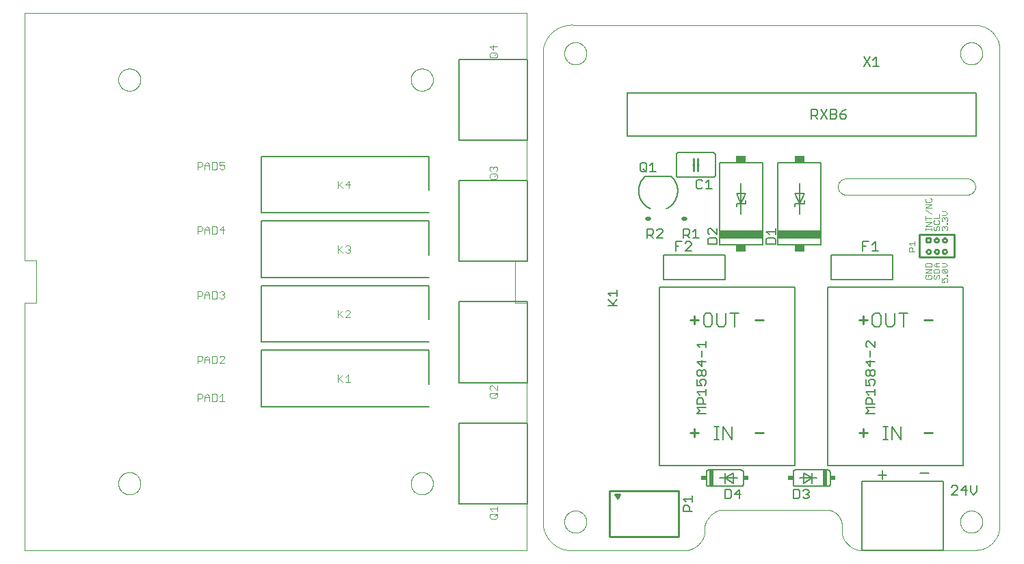
<source format=gto>
G75*
%MOIN*%
%OFA0B0*%
%FSLAX25Y25*%
%IPPOS*%
%LPD*%
%AMOC8*
5,1,8,0,0,1.08239X$1,22.5*
%
%ADD10C,0.00000*%
%ADD11C,0.00600*%
%ADD12C,0.01000*%
%ADD13C,0.00300*%
%ADD14C,0.00800*%
%ADD15C,0.00400*%
%ADD16C,0.00500*%
%ADD17R,0.05000X0.03500*%
%ADD18R,0.21000X0.04000*%
%ADD19C,0.02000*%
%ADD20R,0.02000X0.08000*%
%ADD21R,0.02500X0.02000*%
D10*
X0001000Y0033905D02*
X0245882Y0033905D01*
X0245882Y0154378D01*
X0239976Y0154378D01*
X0239976Y0175244D01*
X0245882Y0175244D01*
X0245882Y0295716D01*
X0001000Y0295716D01*
X0001000Y0175244D01*
X0006906Y0175244D01*
X0006906Y0154378D01*
X0001000Y0154378D01*
X0001000Y0033905D01*
X0046768Y0066386D02*
X0046770Y0066533D01*
X0046776Y0066679D01*
X0046786Y0066825D01*
X0046800Y0066971D01*
X0046818Y0067117D01*
X0046839Y0067262D01*
X0046865Y0067406D01*
X0046895Y0067550D01*
X0046928Y0067692D01*
X0046965Y0067834D01*
X0047006Y0067975D01*
X0047051Y0068114D01*
X0047100Y0068253D01*
X0047152Y0068390D01*
X0047209Y0068525D01*
X0047268Y0068659D01*
X0047332Y0068791D01*
X0047399Y0068921D01*
X0047469Y0069050D01*
X0047543Y0069177D01*
X0047620Y0069301D01*
X0047701Y0069424D01*
X0047785Y0069544D01*
X0047872Y0069662D01*
X0047962Y0069777D01*
X0048055Y0069890D01*
X0048152Y0070001D01*
X0048251Y0070109D01*
X0048353Y0070214D01*
X0048458Y0070316D01*
X0048566Y0070415D01*
X0048677Y0070512D01*
X0048790Y0070605D01*
X0048905Y0070695D01*
X0049023Y0070782D01*
X0049143Y0070866D01*
X0049266Y0070947D01*
X0049390Y0071024D01*
X0049517Y0071098D01*
X0049646Y0071168D01*
X0049776Y0071235D01*
X0049908Y0071299D01*
X0050042Y0071358D01*
X0050177Y0071415D01*
X0050314Y0071467D01*
X0050453Y0071516D01*
X0050592Y0071561D01*
X0050733Y0071602D01*
X0050875Y0071639D01*
X0051017Y0071672D01*
X0051161Y0071702D01*
X0051305Y0071728D01*
X0051450Y0071749D01*
X0051596Y0071767D01*
X0051742Y0071781D01*
X0051888Y0071791D01*
X0052034Y0071797D01*
X0052181Y0071799D01*
X0052328Y0071797D01*
X0052474Y0071791D01*
X0052620Y0071781D01*
X0052766Y0071767D01*
X0052912Y0071749D01*
X0053057Y0071728D01*
X0053201Y0071702D01*
X0053345Y0071672D01*
X0053487Y0071639D01*
X0053629Y0071602D01*
X0053770Y0071561D01*
X0053909Y0071516D01*
X0054048Y0071467D01*
X0054185Y0071415D01*
X0054320Y0071358D01*
X0054454Y0071299D01*
X0054586Y0071235D01*
X0054716Y0071168D01*
X0054845Y0071098D01*
X0054972Y0071024D01*
X0055096Y0070947D01*
X0055219Y0070866D01*
X0055339Y0070782D01*
X0055457Y0070695D01*
X0055572Y0070605D01*
X0055685Y0070512D01*
X0055796Y0070415D01*
X0055904Y0070316D01*
X0056009Y0070214D01*
X0056111Y0070109D01*
X0056210Y0070001D01*
X0056307Y0069890D01*
X0056400Y0069777D01*
X0056490Y0069662D01*
X0056577Y0069544D01*
X0056661Y0069424D01*
X0056742Y0069301D01*
X0056819Y0069177D01*
X0056893Y0069050D01*
X0056963Y0068921D01*
X0057030Y0068791D01*
X0057094Y0068659D01*
X0057153Y0068525D01*
X0057210Y0068390D01*
X0057262Y0068253D01*
X0057311Y0068114D01*
X0057356Y0067975D01*
X0057397Y0067834D01*
X0057434Y0067692D01*
X0057467Y0067550D01*
X0057497Y0067406D01*
X0057523Y0067262D01*
X0057544Y0067117D01*
X0057562Y0066971D01*
X0057576Y0066825D01*
X0057586Y0066679D01*
X0057592Y0066533D01*
X0057594Y0066386D01*
X0057592Y0066239D01*
X0057586Y0066093D01*
X0057576Y0065947D01*
X0057562Y0065801D01*
X0057544Y0065655D01*
X0057523Y0065510D01*
X0057497Y0065366D01*
X0057467Y0065222D01*
X0057434Y0065080D01*
X0057397Y0064938D01*
X0057356Y0064797D01*
X0057311Y0064658D01*
X0057262Y0064519D01*
X0057210Y0064382D01*
X0057153Y0064247D01*
X0057094Y0064113D01*
X0057030Y0063981D01*
X0056963Y0063851D01*
X0056893Y0063722D01*
X0056819Y0063595D01*
X0056742Y0063471D01*
X0056661Y0063348D01*
X0056577Y0063228D01*
X0056490Y0063110D01*
X0056400Y0062995D01*
X0056307Y0062882D01*
X0056210Y0062771D01*
X0056111Y0062663D01*
X0056009Y0062558D01*
X0055904Y0062456D01*
X0055796Y0062357D01*
X0055685Y0062260D01*
X0055572Y0062167D01*
X0055457Y0062077D01*
X0055339Y0061990D01*
X0055219Y0061906D01*
X0055096Y0061825D01*
X0054972Y0061748D01*
X0054845Y0061674D01*
X0054716Y0061604D01*
X0054586Y0061537D01*
X0054454Y0061473D01*
X0054320Y0061414D01*
X0054185Y0061357D01*
X0054048Y0061305D01*
X0053909Y0061256D01*
X0053770Y0061211D01*
X0053629Y0061170D01*
X0053487Y0061133D01*
X0053345Y0061100D01*
X0053201Y0061070D01*
X0053057Y0061044D01*
X0052912Y0061023D01*
X0052766Y0061005D01*
X0052620Y0060991D01*
X0052474Y0060981D01*
X0052328Y0060975D01*
X0052181Y0060973D01*
X0052034Y0060975D01*
X0051888Y0060981D01*
X0051742Y0060991D01*
X0051596Y0061005D01*
X0051450Y0061023D01*
X0051305Y0061044D01*
X0051161Y0061070D01*
X0051017Y0061100D01*
X0050875Y0061133D01*
X0050733Y0061170D01*
X0050592Y0061211D01*
X0050453Y0061256D01*
X0050314Y0061305D01*
X0050177Y0061357D01*
X0050042Y0061414D01*
X0049908Y0061473D01*
X0049776Y0061537D01*
X0049646Y0061604D01*
X0049517Y0061674D01*
X0049390Y0061748D01*
X0049266Y0061825D01*
X0049143Y0061906D01*
X0049023Y0061990D01*
X0048905Y0062077D01*
X0048790Y0062167D01*
X0048677Y0062260D01*
X0048566Y0062357D01*
X0048458Y0062456D01*
X0048353Y0062558D01*
X0048251Y0062663D01*
X0048152Y0062771D01*
X0048055Y0062882D01*
X0047962Y0062995D01*
X0047872Y0063110D01*
X0047785Y0063228D01*
X0047701Y0063348D01*
X0047620Y0063471D01*
X0047543Y0063595D01*
X0047469Y0063722D01*
X0047399Y0063851D01*
X0047332Y0063981D01*
X0047268Y0064113D01*
X0047209Y0064247D01*
X0047152Y0064382D01*
X0047100Y0064519D01*
X0047051Y0064658D01*
X0047006Y0064797D01*
X0046965Y0064938D01*
X0046928Y0065080D01*
X0046895Y0065222D01*
X0046865Y0065366D01*
X0046839Y0065510D01*
X0046818Y0065655D01*
X0046800Y0065801D01*
X0046786Y0065947D01*
X0046776Y0066093D01*
X0046770Y0066239D01*
X0046768Y0066386D01*
X0189288Y0066386D02*
X0189290Y0066533D01*
X0189296Y0066679D01*
X0189306Y0066825D01*
X0189320Y0066971D01*
X0189338Y0067117D01*
X0189359Y0067262D01*
X0189385Y0067406D01*
X0189415Y0067550D01*
X0189448Y0067692D01*
X0189485Y0067834D01*
X0189526Y0067975D01*
X0189571Y0068114D01*
X0189620Y0068253D01*
X0189672Y0068390D01*
X0189729Y0068525D01*
X0189788Y0068659D01*
X0189852Y0068791D01*
X0189919Y0068921D01*
X0189989Y0069050D01*
X0190063Y0069177D01*
X0190140Y0069301D01*
X0190221Y0069424D01*
X0190305Y0069544D01*
X0190392Y0069662D01*
X0190482Y0069777D01*
X0190575Y0069890D01*
X0190672Y0070001D01*
X0190771Y0070109D01*
X0190873Y0070214D01*
X0190978Y0070316D01*
X0191086Y0070415D01*
X0191197Y0070512D01*
X0191310Y0070605D01*
X0191425Y0070695D01*
X0191543Y0070782D01*
X0191663Y0070866D01*
X0191786Y0070947D01*
X0191910Y0071024D01*
X0192037Y0071098D01*
X0192166Y0071168D01*
X0192296Y0071235D01*
X0192428Y0071299D01*
X0192562Y0071358D01*
X0192697Y0071415D01*
X0192834Y0071467D01*
X0192973Y0071516D01*
X0193112Y0071561D01*
X0193253Y0071602D01*
X0193395Y0071639D01*
X0193537Y0071672D01*
X0193681Y0071702D01*
X0193825Y0071728D01*
X0193970Y0071749D01*
X0194116Y0071767D01*
X0194262Y0071781D01*
X0194408Y0071791D01*
X0194554Y0071797D01*
X0194701Y0071799D01*
X0194848Y0071797D01*
X0194994Y0071791D01*
X0195140Y0071781D01*
X0195286Y0071767D01*
X0195432Y0071749D01*
X0195577Y0071728D01*
X0195721Y0071702D01*
X0195865Y0071672D01*
X0196007Y0071639D01*
X0196149Y0071602D01*
X0196290Y0071561D01*
X0196429Y0071516D01*
X0196568Y0071467D01*
X0196705Y0071415D01*
X0196840Y0071358D01*
X0196974Y0071299D01*
X0197106Y0071235D01*
X0197236Y0071168D01*
X0197365Y0071098D01*
X0197492Y0071024D01*
X0197616Y0070947D01*
X0197739Y0070866D01*
X0197859Y0070782D01*
X0197977Y0070695D01*
X0198092Y0070605D01*
X0198205Y0070512D01*
X0198316Y0070415D01*
X0198424Y0070316D01*
X0198529Y0070214D01*
X0198631Y0070109D01*
X0198730Y0070001D01*
X0198827Y0069890D01*
X0198920Y0069777D01*
X0199010Y0069662D01*
X0199097Y0069544D01*
X0199181Y0069424D01*
X0199262Y0069301D01*
X0199339Y0069177D01*
X0199413Y0069050D01*
X0199483Y0068921D01*
X0199550Y0068791D01*
X0199614Y0068659D01*
X0199673Y0068525D01*
X0199730Y0068390D01*
X0199782Y0068253D01*
X0199831Y0068114D01*
X0199876Y0067975D01*
X0199917Y0067834D01*
X0199954Y0067692D01*
X0199987Y0067550D01*
X0200017Y0067406D01*
X0200043Y0067262D01*
X0200064Y0067117D01*
X0200082Y0066971D01*
X0200096Y0066825D01*
X0200106Y0066679D01*
X0200112Y0066533D01*
X0200114Y0066386D01*
X0200112Y0066239D01*
X0200106Y0066093D01*
X0200096Y0065947D01*
X0200082Y0065801D01*
X0200064Y0065655D01*
X0200043Y0065510D01*
X0200017Y0065366D01*
X0199987Y0065222D01*
X0199954Y0065080D01*
X0199917Y0064938D01*
X0199876Y0064797D01*
X0199831Y0064658D01*
X0199782Y0064519D01*
X0199730Y0064382D01*
X0199673Y0064247D01*
X0199614Y0064113D01*
X0199550Y0063981D01*
X0199483Y0063851D01*
X0199413Y0063722D01*
X0199339Y0063595D01*
X0199262Y0063471D01*
X0199181Y0063348D01*
X0199097Y0063228D01*
X0199010Y0063110D01*
X0198920Y0062995D01*
X0198827Y0062882D01*
X0198730Y0062771D01*
X0198631Y0062663D01*
X0198529Y0062558D01*
X0198424Y0062456D01*
X0198316Y0062357D01*
X0198205Y0062260D01*
X0198092Y0062167D01*
X0197977Y0062077D01*
X0197859Y0061990D01*
X0197739Y0061906D01*
X0197616Y0061825D01*
X0197492Y0061748D01*
X0197365Y0061674D01*
X0197236Y0061604D01*
X0197106Y0061537D01*
X0196974Y0061473D01*
X0196840Y0061414D01*
X0196705Y0061357D01*
X0196568Y0061305D01*
X0196429Y0061256D01*
X0196290Y0061211D01*
X0196149Y0061170D01*
X0196007Y0061133D01*
X0195865Y0061100D01*
X0195721Y0061070D01*
X0195577Y0061044D01*
X0195432Y0061023D01*
X0195286Y0061005D01*
X0195140Y0060991D01*
X0194994Y0060981D01*
X0194848Y0060975D01*
X0194701Y0060973D01*
X0194554Y0060975D01*
X0194408Y0060981D01*
X0194262Y0060991D01*
X0194116Y0061005D01*
X0193970Y0061023D01*
X0193825Y0061044D01*
X0193681Y0061070D01*
X0193537Y0061100D01*
X0193395Y0061133D01*
X0193253Y0061170D01*
X0193112Y0061211D01*
X0192973Y0061256D01*
X0192834Y0061305D01*
X0192697Y0061357D01*
X0192562Y0061414D01*
X0192428Y0061473D01*
X0192296Y0061537D01*
X0192166Y0061604D01*
X0192037Y0061674D01*
X0191910Y0061748D01*
X0191786Y0061825D01*
X0191663Y0061906D01*
X0191543Y0061990D01*
X0191425Y0062077D01*
X0191310Y0062167D01*
X0191197Y0062260D01*
X0191086Y0062357D01*
X0190978Y0062456D01*
X0190873Y0062558D01*
X0190771Y0062663D01*
X0190672Y0062771D01*
X0190575Y0062882D01*
X0190482Y0062995D01*
X0190392Y0063110D01*
X0190305Y0063228D01*
X0190221Y0063348D01*
X0190140Y0063471D01*
X0190063Y0063595D01*
X0189989Y0063722D01*
X0189919Y0063851D01*
X0189852Y0063981D01*
X0189788Y0064113D01*
X0189729Y0064247D01*
X0189672Y0064382D01*
X0189620Y0064519D01*
X0189571Y0064658D01*
X0189526Y0064797D01*
X0189485Y0064938D01*
X0189448Y0065080D01*
X0189415Y0065222D01*
X0189385Y0065366D01*
X0189359Y0065510D01*
X0189338Y0065655D01*
X0189320Y0065801D01*
X0189306Y0065947D01*
X0189296Y0066093D01*
X0189290Y0066239D01*
X0189288Y0066386D01*
X0253756Y0045716D02*
X0253756Y0278000D01*
X0253756Y0277999D02*
X0253808Y0278337D01*
X0253869Y0278673D01*
X0253938Y0279008D01*
X0254015Y0279341D01*
X0254100Y0279671D01*
X0254194Y0280000D01*
X0254295Y0280326D01*
X0254405Y0280650D01*
X0254522Y0280971D01*
X0254647Y0281289D01*
X0254780Y0281603D01*
X0254921Y0281915D01*
X0255069Y0282222D01*
X0255225Y0282526D01*
X0255388Y0282827D01*
X0255558Y0283123D01*
X0255736Y0283414D01*
X0255920Y0283702D01*
X0256112Y0283985D01*
X0256311Y0284262D01*
X0256516Y0284535D01*
X0256728Y0284803D01*
X0256947Y0285066D01*
X0257172Y0285323D01*
X0257403Y0285574D01*
X0257640Y0285820D01*
X0257883Y0286060D01*
X0258132Y0286294D01*
X0258387Y0286522D01*
X0258647Y0286743D01*
X0258913Y0286958D01*
X0259184Y0287166D01*
X0259459Y0287368D01*
X0259740Y0287563D01*
X0260025Y0287750D01*
X0260315Y0287931D01*
X0260609Y0288105D01*
X0260908Y0288271D01*
X0261210Y0288430D01*
X0261516Y0288582D01*
X0261826Y0288725D01*
X0262140Y0288862D01*
X0262456Y0288990D01*
X0262776Y0289111D01*
X0263098Y0289224D01*
X0263423Y0289329D01*
X0263751Y0289426D01*
X0264081Y0289515D01*
X0264413Y0289595D01*
X0264746Y0289668D01*
X0265082Y0289732D01*
X0265419Y0289788D01*
X0265757Y0289836D01*
X0266096Y0289875D01*
X0266437Y0289907D01*
X0266777Y0289929D01*
X0267119Y0289944D01*
X0267460Y0289950D01*
X0267802Y0289947D01*
X0268143Y0289937D01*
X0268484Y0289918D01*
X0268825Y0289890D01*
X0269165Y0289854D01*
X0269503Y0289810D01*
X0269504Y0289811D02*
X0464386Y0289811D01*
X0464671Y0289808D01*
X0464957Y0289797D01*
X0465242Y0289780D01*
X0465526Y0289756D01*
X0465810Y0289725D01*
X0466093Y0289687D01*
X0466374Y0289642D01*
X0466655Y0289591D01*
X0466935Y0289533D01*
X0467213Y0289468D01*
X0467489Y0289396D01*
X0467763Y0289318D01*
X0468036Y0289233D01*
X0468306Y0289141D01*
X0468574Y0289043D01*
X0468840Y0288939D01*
X0469103Y0288828D01*
X0469363Y0288711D01*
X0469621Y0288588D01*
X0469875Y0288458D01*
X0470126Y0288322D01*
X0470374Y0288181D01*
X0470618Y0288033D01*
X0470859Y0287880D01*
X0471095Y0287720D01*
X0471328Y0287555D01*
X0471557Y0287385D01*
X0471782Y0287209D01*
X0472002Y0287027D01*
X0472218Y0286841D01*
X0472429Y0286649D01*
X0472636Y0286452D01*
X0472838Y0286250D01*
X0473035Y0286043D01*
X0473227Y0285832D01*
X0473413Y0285616D01*
X0473595Y0285396D01*
X0473771Y0285171D01*
X0473941Y0284942D01*
X0474106Y0284709D01*
X0474266Y0284473D01*
X0474419Y0284232D01*
X0474567Y0283988D01*
X0474708Y0283740D01*
X0474844Y0283489D01*
X0474974Y0283235D01*
X0475097Y0282977D01*
X0475214Y0282717D01*
X0475325Y0282454D01*
X0475429Y0282188D01*
X0475527Y0281920D01*
X0475619Y0281650D01*
X0475704Y0281377D01*
X0475782Y0281103D01*
X0475854Y0280827D01*
X0475919Y0280549D01*
X0475977Y0280269D01*
X0476028Y0279988D01*
X0476073Y0279707D01*
X0476111Y0279424D01*
X0476142Y0279140D01*
X0476166Y0278856D01*
X0476183Y0278571D01*
X0476194Y0278285D01*
X0476197Y0278000D01*
X0476197Y0045716D01*
X0476194Y0045431D01*
X0476183Y0045145D01*
X0476166Y0044860D01*
X0476142Y0044576D01*
X0476111Y0044292D01*
X0476073Y0044009D01*
X0476028Y0043728D01*
X0475977Y0043447D01*
X0475919Y0043167D01*
X0475854Y0042889D01*
X0475782Y0042613D01*
X0475704Y0042339D01*
X0475619Y0042066D01*
X0475527Y0041796D01*
X0475429Y0041528D01*
X0475325Y0041262D01*
X0475214Y0040999D01*
X0475097Y0040739D01*
X0474974Y0040481D01*
X0474844Y0040227D01*
X0474708Y0039976D01*
X0474567Y0039728D01*
X0474419Y0039484D01*
X0474266Y0039243D01*
X0474106Y0039007D01*
X0473941Y0038774D01*
X0473771Y0038545D01*
X0473595Y0038320D01*
X0473413Y0038100D01*
X0473227Y0037884D01*
X0473035Y0037673D01*
X0472838Y0037466D01*
X0472636Y0037264D01*
X0472429Y0037067D01*
X0472218Y0036875D01*
X0472002Y0036689D01*
X0471782Y0036507D01*
X0471557Y0036331D01*
X0471328Y0036161D01*
X0471095Y0035996D01*
X0470859Y0035836D01*
X0470618Y0035683D01*
X0470374Y0035535D01*
X0470126Y0035394D01*
X0469875Y0035258D01*
X0469621Y0035128D01*
X0469363Y0035005D01*
X0469103Y0034888D01*
X0468840Y0034777D01*
X0468574Y0034673D01*
X0468306Y0034575D01*
X0468036Y0034483D01*
X0467763Y0034398D01*
X0467489Y0034320D01*
X0467213Y0034248D01*
X0466935Y0034183D01*
X0466655Y0034125D01*
X0466374Y0034074D01*
X0466093Y0034029D01*
X0465810Y0033991D01*
X0465526Y0033960D01*
X0465242Y0033936D01*
X0464957Y0033919D01*
X0464671Y0033908D01*
X0464386Y0033905D01*
X0407299Y0033905D01*
X0407056Y0033962D01*
X0406814Y0034025D01*
X0406573Y0034094D01*
X0406335Y0034169D01*
X0406098Y0034250D01*
X0405863Y0034336D01*
X0405631Y0034428D01*
X0405400Y0034525D01*
X0405172Y0034628D01*
X0404947Y0034736D01*
X0404724Y0034850D01*
X0404504Y0034969D01*
X0404287Y0035093D01*
X0404073Y0035223D01*
X0403863Y0035358D01*
X0403655Y0035497D01*
X0403451Y0035642D01*
X0403251Y0035791D01*
X0403054Y0035946D01*
X0402861Y0036105D01*
X0402672Y0036268D01*
X0402487Y0036436D01*
X0402306Y0036609D01*
X0402129Y0036786D01*
X0401956Y0036967D01*
X0401788Y0037152D01*
X0401625Y0037341D01*
X0401466Y0037534D01*
X0401311Y0037731D01*
X0401162Y0037931D01*
X0401017Y0038135D01*
X0400878Y0038343D01*
X0400743Y0038553D01*
X0400613Y0038767D01*
X0400489Y0038984D01*
X0400370Y0039204D01*
X0400256Y0039427D01*
X0400148Y0039652D01*
X0400045Y0039880D01*
X0399948Y0040111D01*
X0399856Y0040343D01*
X0399770Y0040578D01*
X0399689Y0040815D01*
X0399614Y0041053D01*
X0399545Y0041294D01*
X0399482Y0041536D01*
X0399425Y0041779D01*
X0399425Y0045716D01*
X0399423Y0045906D01*
X0399416Y0046096D01*
X0399404Y0046286D01*
X0399388Y0046476D01*
X0399368Y0046665D01*
X0399342Y0046854D01*
X0399313Y0047042D01*
X0399278Y0047229D01*
X0399239Y0047415D01*
X0399196Y0047600D01*
X0399148Y0047785D01*
X0399096Y0047968D01*
X0399040Y0048149D01*
X0398979Y0048329D01*
X0398913Y0048508D01*
X0398844Y0048685D01*
X0398770Y0048861D01*
X0398692Y0049034D01*
X0398609Y0049206D01*
X0398523Y0049375D01*
X0398433Y0049543D01*
X0398338Y0049708D01*
X0398240Y0049871D01*
X0398137Y0050031D01*
X0398031Y0050189D01*
X0397921Y0050344D01*
X0397808Y0050497D01*
X0397690Y0050647D01*
X0397569Y0050793D01*
X0397445Y0050937D01*
X0397317Y0051078D01*
X0397186Y0051216D01*
X0397051Y0051351D01*
X0396913Y0051482D01*
X0396772Y0051610D01*
X0396628Y0051734D01*
X0396482Y0051855D01*
X0396332Y0051973D01*
X0396179Y0052086D01*
X0396024Y0052196D01*
X0395866Y0052302D01*
X0395706Y0052405D01*
X0395543Y0052503D01*
X0395378Y0052598D01*
X0395210Y0052688D01*
X0395041Y0052774D01*
X0394869Y0052857D01*
X0394696Y0052935D01*
X0394520Y0053009D01*
X0394343Y0053078D01*
X0394164Y0053144D01*
X0393984Y0053205D01*
X0393803Y0053261D01*
X0393620Y0053313D01*
X0393435Y0053361D01*
X0393250Y0053404D01*
X0393064Y0053443D01*
X0392877Y0053478D01*
X0392689Y0053507D01*
X0392500Y0053533D01*
X0392311Y0053553D01*
X0392121Y0053569D01*
X0391931Y0053581D01*
X0391741Y0053588D01*
X0391551Y0053590D01*
X0340370Y0053590D01*
X0332496Y0045716D02*
X0332496Y0041779D01*
X0332496Y0045717D02*
X0332565Y0045973D01*
X0332641Y0046228D01*
X0332722Y0046480D01*
X0332810Y0046731D01*
X0332903Y0046979D01*
X0333003Y0047226D01*
X0333109Y0047469D01*
X0333220Y0047710D01*
X0333338Y0047948D01*
X0333461Y0048184D01*
X0333589Y0048416D01*
X0333724Y0048645D01*
X0333864Y0048870D01*
X0334009Y0049093D01*
X0334160Y0049311D01*
X0334316Y0049526D01*
X0334477Y0049737D01*
X0334643Y0049944D01*
X0334814Y0050147D01*
X0334990Y0050346D01*
X0335171Y0050541D01*
X0335356Y0050731D01*
X0335546Y0050916D01*
X0335741Y0051097D01*
X0335940Y0051273D01*
X0336143Y0051444D01*
X0336350Y0051610D01*
X0336561Y0051771D01*
X0336776Y0051927D01*
X0336994Y0052078D01*
X0337217Y0052223D01*
X0337442Y0052363D01*
X0337671Y0052498D01*
X0337903Y0052626D01*
X0338139Y0052749D01*
X0338377Y0052867D01*
X0338618Y0052978D01*
X0338861Y0053084D01*
X0339108Y0053184D01*
X0339356Y0053277D01*
X0339607Y0053365D01*
X0339859Y0053446D01*
X0340114Y0053522D01*
X0340370Y0053591D01*
X0332496Y0041779D02*
X0332427Y0041523D01*
X0332351Y0041268D01*
X0332270Y0041016D01*
X0332182Y0040765D01*
X0332089Y0040517D01*
X0331989Y0040270D01*
X0331883Y0040027D01*
X0331772Y0039786D01*
X0331654Y0039548D01*
X0331531Y0039312D01*
X0331403Y0039080D01*
X0331268Y0038851D01*
X0331128Y0038626D01*
X0330983Y0038403D01*
X0330832Y0038185D01*
X0330676Y0037970D01*
X0330515Y0037759D01*
X0330349Y0037552D01*
X0330178Y0037349D01*
X0330002Y0037150D01*
X0329821Y0036955D01*
X0329636Y0036765D01*
X0329446Y0036580D01*
X0329251Y0036399D01*
X0329052Y0036223D01*
X0328849Y0036052D01*
X0328642Y0035886D01*
X0328431Y0035725D01*
X0328216Y0035569D01*
X0327998Y0035418D01*
X0327775Y0035273D01*
X0327550Y0035133D01*
X0327321Y0034998D01*
X0327089Y0034870D01*
X0326853Y0034747D01*
X0326615Y0034629D01*
X0326374Y0034518D01*
X0326131Y0034412D01*
X0325884Y0034312D01*
X0325636Y0034219D01*
X0325385Y0034131D01*
X0325133Y0034050D01*
X0324878Y0033974D01*
X0324622Y0033905D01*
X0269504Y0033905D01*
X0264091Y0047685D02*
X0264093Y0047832D01*
X0264099Y0047978D01*
X0264109Y0048124D01*
X0264123Y0048270D01*
X0264141Y0048416D01*
X0264162Y0048561D01*
X0264188Y0048705D01*
X0264218Y0048849D01*
X0264251Y0048991D01*
X0264288Y0049133D01*
X0264329Y0049274D01*
X0264374Y0049413D01*
X0264423Y0049552D01*
X0264475Y0049689D01*
X0264532Y0049824D01*
X0264591Y0049958D01*
X0264655Y0050090D01*
X0264722Y0050220D01*
X0264792Y0050349D01*
X0264866Y0050476D01*
X0264943Y0050600D01*
X0265024Y0050723D01*
X0265108Y0050843D01*
X0265195Y0050961D01*
X0265285Y0051076D01*
X0265378Y0051189D01*
X0265475Y0051300D01*
X0265574Y0051408D01*
X0265676Y0051513D01*
X0265781Y0051615D01*
X0265889Y0051714D01*
X0266000Y0051811D01*
X0266113Y0051904D01*
X0266228Y0051994D01*
X0266346Y0052081D01*
X0266466Y0052165D01*
X0266589Y0052246D01*
X0266713Y0052323D01*
X0266840Y0052397D01*
X0266969Y0052467D01*
X0267099Y0052534D01*
X0267231Y0052598D01*
X0267365Y0052657D01*
X0267500Y0052714D01*
X0267637Y0052766D01*
X0267776Y0052815D01*
X0267915Y0052860D01*
X0268056Y0052901D01*
X0268198Y0052938D01*
X0268340Y0052971D01*
X0268484Y0053001D01*
X0268628Y0053027D01*
X0268773Y0053048D01*
X0268919Y0053066D01*
X0269065Y0053080D01*
X0269211Y0053090D01*
X0269357Y0053096D01*
X0269504Y0053098D01*
X0269651Y0053096D01*
X0269797Y0053090D01*
X0269943Y0053080D01*
X0270089Y0053066D01*
X0270235Y0053048D01*
X0270380Y0053027D01*
X0270524Y0053001D01*
X0270668Y0052971D01*
X0270810Y0052938D01*
X0270952Y0052901D01*
X0271093Y0052860D01*
X0271232Y0052815D01*
X0271371Y0052766D01*
X0271508Y0052714D01*
X0271643Y0052657D01*
X0271777Y0052598D01*
X0271909Y0052534D01*
X0272039Y0052467D01*
X0272168Y0052397D01*
X0272295Y0052323D01*
X0272419Y0052246D01*
X0272542Y0052165D01*
X0272662Y0052081D01*
X0272780Y0051994D01*
X0272895Y0051904D01*
X0273008Y0051811D01*
X0273119Y0051714D01*
X0273227Y0051615D01*
X0273332Y0051513D01*
X0273434Y0051408D01*
X0273533Y0051300D01*
X0273630Y0051189D01*
X0273723Y0051076D01*
X0273813Y0050961D01*
X0273900Y0050843D01*
X0273984Y0050723D01*
X0274065Y0050600D01*
X0274142Y0050476D01*
X0274216Y0050349D01*
X0274286Y0050220D01*
X0274353Y0050090D01*
X0274417Y0049958D01*
X0274476Y0049824D01*
X0274533Y0049689D01*
X0274585Y0049552D01*
X0274634Y0049413D01*
X0274679Y0049274D01*
X0274720Y0049133D01*
X0274757Y0048991D01*
X0274790Y0048849D01*
X0274820Y0048705D01*
X0274846Y0048561D01*
X0274867Y0048416D01*
X0274885Y0048270D01*
X0274899Y0048124D01*
X0274909Y0047978D01*
X0274915Y0047832D01*
X0274917Y0047685D01*
X0274915Y0047538D01*
X0274909Y0047392D01*
X0274899Y0047246D01*
X0274885Y0047100D01*
X0274867Y0046954D01*
X0274846Y0046809D01*
X0274820Y0046665D01*
X0274790Y0046521D01*
X0274757Y0046379D01*
X0274720Y0046237D01*
X0274679Y0046096D01*
X0274634Y0045957D01*
X0274585Y0045818D01*
X0274533Y0045681D01*
X0274476Y0045546D01*
X0274417Y0045412D01*
X0274353Y0045280D01*
X0274286Y0045150D01*
X0274216Y0045021D01*
X0274142Y0044894D01*
X0274065Y0044770D01*
X0273984Y0044647D01*
X0273900Y0044527D01*
X0273813Y0044409D01*
X0273723Y0044294D01*
X0273630Y0044181D01*
X0273533Y0044070D01*
X0273434Y0043962D01*
X0273332Y0043857D01*
X0273227Y0043755D01*
X0273119Y0043656D01*
X0273008Y0043559D01*
X0272895Y0043466D01*
X0272780Y0043376D01*
X0272662Y0043289D01*
X0272542Y0043205D01*
X0272419Y0043124D01*
X0272295Y0043047D01*
X0272168Y0042973D01*
X0272039Y0042903D01*
X0271909Y0042836D01*
X0271777Y0042772D01*
X0271643Y0042713D01*
X0271508Y0042656D01*
X0271371Y0042604D01*
X0271232Y0042555D01*
X0271093Y0042510D01*
X0270952Y0042469D01*
X0270810Y0042432D01*
X0270668Y0042399D01*
X0270524Y0042369D01*
X0270380Y0042343D01*
X0270235Y0042322D01*
X0270089Y0042304D01*
X0269943Y0042290D01*
X0269797Y0042280D01*
X0269651Y0042274D01*
X0269504Y0042272D01*
X0269357Y0042274D01*
X0269211Y0042280D01*
X0269065Y0042290D01*
X0268919Y0042304D01*
X0268773Y0042322D01*
X0268628Y0042343D01*
X0268484Y0042369D01*
X0268340Y0042399D01*
X0268198Y0042432D01*
X0268056Y0042469D01*
X0267915Y0042510D01*
X0267776Y0042555D01*
X0267637Y0042604D01*
X0267500Y0042656D01*
X0267365Y0042713D01*
X0267231Y0042772D01*
X0267099Y0042836D01*
X0266969Y0042903D01*
X0266840Y0042973D01*
X0266713Y0043047D01*
X0266589Y0043124D01*
X0266466Y0043205D01*
X0266346Y0043289D01*
X0266228Y0043376D01*
X0266113Y0043466D01*
X0266000Y0043559D01*
X0265889Y0043656D01*
X0265781Y0043755D01*
X0265676Y0043857D01*
X0265574Y0043962D01*
X0265475Y0044070D01*
X0265378Y0044181D01*
X0265285Y0044294D01*
X0265195Y0044409D01*
X0265108Y0044527D01*
X0265024Y0044647D01*
X0264943Y0044770D01*
X0264866Y0044894D01*
X0264792Y0045021D01*
X0264722Y0045150D01*
X0264655Y0045280D01*
X0264591Y0045412D01*
X0264532Y0045546D01*
X0264475Y0045681D01*
X0264423Y0045818D01*
X0264374Y0045957D01*
X0264329Y0046096D01*
X0264288Y0046237D01*
X0264251Y0046379D01*
X0264218Y0046521D01*
X0264188Y0046665D01*
X0264162Y0046809D01*
X0264141Y0046954D01*
X0264123Y0047100D01*
X0264109Y0047246D01*
X0264099Y0047392D01*
X0264093Y0047538D01*
X0264091Y0047685D01*
X0253756Y0045717D02*
X0253807Y0045384D01*
X0253867Y0045053D01*
X0253935Y0044724D01*
X0254010Y0044396D01*
X0254094Y0044070D01*
X0254185Y0043746D01*
X0254284Y0043425D01*
X0254391Y0043106D01*
X0254505Y0042790D01*
X0254627Y0042476D01*
X0254757Y0042166D01*
X0254894Y0041859D01*
X0255039Y0041555D01*
X0255190Y0041255D01*
X0255349Y0040958D01*
X0255515Y0040666D01*
X0255689Y0040377D01*
X0255869Y0040093D01*
X0256055Y0039814D01*
X0256249Y0039539D01*
X0256449Y0039268D01*
X0256656Y0039003D01*
X0256869Y0038742D01*
X0257088Y0038487D01*
X0257313Y0038238D01*
X0257544Y0037993D01*
X0257782Y0037755D01*
X0258024Y0037522D01*
X0258273Y0037295D01*
X0258527Y0037074D01*
X0258786Y0036860D01*
X0259050Y0036652D01*
X0259319Y0036450D01*
X0259593Y0036254D01*
X0259871Y0036066D01*
X0260154Y0035884D01*
X0260441Y0035709D01*
X0260733Y0035541D01*
X0261028Y0035380D01*
X0261328Y0035227D01*
X0261630Y0035080D01*
X0261937Y0034941D01*
X0262246Y0034810D01*
X0262559Y0034686D01*
X0262875Y0034569D01*
X0263193Y0034461D01*
X0263514Y0034360D01*
X0263837Y0034266D01*
X0264162Y0034181D01*
X0264489Y0034103D01*
X0264818Y0034034D01*
X0265149Y0033972D01*
X0265481Y0033918D01*
X0265814Y0033873D01*
X0266149Y0033835D01*
X0266484Y0033806D01*
X0266819Y0033784D01*
X0267156Y0033771D01*
X0267492Y0033766D01*
X0267828Y0033769D01*
X0268164Y0033780D01*
X0268500Y0033800D01*
X0268835Y0033827D01*
X0269170Y0033862D01*
X0269503Y0033906D01*
X0457004Y0047685D02*
X0457006Y0047832D01*
X0457012Y0047978D01*
X0457022Y0048124D01*
X0457036Y0048270D01*
X0457054Y0048416D01*
X0457075Y0048561D01*
X0457101Y0048705D01*
X0457131Y0048849D01*
X0457164Y0048991D01*
X0457201Y0049133D01*
X0457242Y0049274D01*
X0457287Y0049413D01*
X0457336Y0049552D01*
X0457388Y0049689D01*
X0457445Y0049824D01*
X0457504Y0049958D01*
X0457568Y0050090D01*
X0457635Y0050220D01*
X0457705Y0050349D01*
X0457779Y0050476D01*
X0457856Y0050600D01*
X0457937Y0050723D01*
X0458021Y0050843D01*
X0458108Y0050961D01*
X0458198Y0051076D01*
X0458291Y0051189D01*
X0458388Y0051300D01*
X0458487Y0051408D01*
X0458589Y0051513D01*
X0458694Y0051615D01*
X0458802Y0051714D01*
X0458913Y0051811D01*
X0459026Y0051904D01*
X0459141Y0051994D01*
X0459259Y0052081D01*
X0459379Y0052165D01*
X0459502Y0052246D01*
X0459626Y0052323D01*
X0459753Y0052397D01*
X0459882Y0052467D01*
X0460012Y0052534D01*
X0460144Y0052598D01*
X0460278Y0052657D01*
X0460413Y0052714D01*
X0460550Y0052766D01*
X0460689Y0052815D01*
X0460828Y0052860D01*
X0460969Y0052901D01*
X0461111Y0052938D01*
X0461253Y0052971D01*
X0461397Y0053001D01*
X0461541Y0053027D01*
X0461686Y0053048D01*
X0461832Y0053066D01*
X0461978Y0053080D01*
X0462124Y0053090D01*
X0462270Y0053096D01*
X0462417Y0053098D01*
X0462564Y0053096D01*
X0462710Y0053090D01*
X0462856Y0053080D01*
X0463002Y0053066D01*
X0463148Y0053048D01*
X0463293Y0053027D01*
X0463437Y0053001D01*
X0463581Y0052971D01*
X0463723Y0052938D01*
X0463865Y0052901D01*
X0464006Y0052860D01*
X0464145Y0052815D01*
X0464284Y0052766D01*
X0464421Y0052714D01*
X0464556Y0052657D01*
X0464690Y0052598D01*
X0464822Y0052534D01*
X0464952Y0052467D01*
X0465081Y0052397D01*
X0465208Y0052323D01*
X0465332Y0052246D01*
X0465455Y0052165D01*
X0465575Y0052081D01*
X0465693Y0051994D01*
X0465808Y0051904D01*
X0465921Y0051811D01*
X0466032Y0051714D01*
X0466140Y0051615D01*
X0466245Y0051513D01*
X0466347Y0051408D01*
X0466446Y0051300D01*
X0466543Y0051189D01*
X0466636Y0051076D01*
X0466726Y0050961D01*
X0466813Y0050843D01*
X0466897Y0050723D01*
X0466978Y0050600D01*
X0467055Y0050476D01*
X0467129Y0050349D01*
X0467199Y0050220D01*
X0467266Y0050090D01*
X0467330Y0049958D01*
X0467389Y0049824D01*
X0467446Y0049689D01*
X0467498Y0049552D01*
X0467547Y0049413D01*
X0467592Y0049274D01*
X0467633Y0049133D01*
X0467670Y0048991D01*
X0467703Y0048849D01*
X0467733Y0048705D01*
X0467759Y0048561D01*
X0467780Y0048416D01*
X0467798Y0048270D01*
X0467812Y0048124D01*
X0467822Y0047978D01*
X0467828Y0047832D01*
X0467830Y0047685D01*
X0467828Y0047538D01*
X0467822Y0047392D01*
X0467812Y0047246D01*
X0467798Y0047100D01*
X0467780Y0046954D01*
X0467759Y0046809D01*
X0467733Y0046665D01*
X0467703Y0046521D01*
X0467670Y0046379D01*
X0467633Y0046237D01*
X0467592Y0046096D01*
X0467547Y0045957D01*
X0467498Y0045818D01*
X0467446Y0045681D01*
X0467389Y0045546D01*
X0467330Y0045412D01*
X0467266Y0045280D01*
X0467199Y0045150D01*
X0467129Y0045021D01*
X0467055Y0044894D01*
X0466978Y0044770D01*
X0466897Y0044647D01*
X0466813Y0044527D01*
X0466726Y0044409D01*
X0466636Y0044294D01*
X0466543Y0044181D01*
X0466446Y0044070D01*
X0466347Y0043962D01*
X0466245Y0043857D01*
X0466140Y0043755D01*
X0466032Y0043656D01*
X0465921Y0043559D01*
X0465808Y0043466D01*
X0465693Y0043376D01*
X0465575Y0043289D01*
X0465455Y0043205D01*
X0465332Y0043124D01*
X0465208Y0043047D01*
X0465081Y0042973D01*
X0464952Y0042903D01*
X0464822Y0042836D01*
X0464690Y0042772D01*
X0464556Y0042713D01*
X0464421Y0042656D01*
X0464284Y0042604D01*
X0464145Y0042555D01*
X0464006Y0042510D01*
X0463865Y0042469D01*
X0463723Y0042432D01*
X0463581Y0042399D01*
X0463437Y0042369D01*
X0463293Y0042343D01*
X0463148Y0042322D01*
X0463002Y0042304D01*
X0462856Y0042290D01*
X0462710Y0042280D01*
X0462564Y0042274D01*
X0462417Y0042272D01*
X0462270Y0042274D01*
X0462124Y0042280D01*
X0461978Y0042290D01*
X0461832Y0042304D01*
X0461686Y0042322D01*
X0461541Y0042343D01*
X0461397Y0042369D01*
X0461253Y0042399D01*
X0461111Y0042432D01*
X0460969Y0042469D01*
X0460828Y0042510D01*
X0460689Y0042555D01*
X0460550Y0042604D01*
X0460413Y0042656D01*
X0460278Y0042713D01*
X0460144Y0042772D01*
X0460012Y0042836D01*
X0459882Y0042903D01*
X0459753Y0042973D01*
X0459626Y0043047D01*
X0459502Y0043124D01*
X0459379Y0043205D01*
X0459259Y0043289D01*
X0459141Y0043376D01*
X0459026Y0043466D01*
X0458913Y0043559D01*
X0458802Y0043656D01*
X0458694Y0043755D01*
X0458589Y0043857D01*
X0458487Y0043962D01*
X0458388Y0044070D01*
X0458291Y0044181D01*
X0458198Y0044294D01*
X0458108Y0044409D01*
X0458021Y0044527D01*
X0457937Y0044647D01*
X0457856Y0044770D01*
X0457779Y0044894D01*
X0457705Y0045021D01*
X0457635Y0045150D01*
X0457568Y0045280D01*
X0457504Y0045412D01*
X0457445Y0045546D01*
X0457388Y0045681D01*
X0457336Y0045818D01*
X0457287Y0045957D01*
X0457242Y0046096D01*
X0457201Y0046237D01*
X0457164Y0046379D01*
X0457131Y0046521D01*
X0457101Y0046665D01*
X0457075Y0046809D01*
X0457054Y0046954D01*
X0457036Y0047100D01*
X0457022Y0047246D01*
X0457012Y0047392D01*
X0457006Y0047538D01*
X0457004Y0047685D01*
X0460449Y0207134D02*
X0401394Y0207134D01*
X0401270Y0207136D01*
X0401147Y0207142D01*
X0401023Y0207151D01*
X0400901Y0207165D01*
X0400778Y0207182D01*
X0400656Y0207204D01*
X0400535Y0207229D01*
X0400415Y0207258D01*
X0400296Y0207290D01*
X0400177Y0207327D01*
X0400060Y0207367D01*
X0399945Y0207410D01*
X0399830Y0207458D01*
X0399718Y0207509D01*
X0399607Y0207563D01*
X0399497Y0207621D01*
X0399390Y0207682D01*
X0399284Y0207747D01*
X0399181Y0207815D01*
X0399080Y0207886D01*
X0398981Y0207960D01*
X0398884Y0208037D01*
X0398790Y0208118D01*
X0398699Y0208201D01*
X0398610Y0208287D01*
X0398524Y0208376D01*
X0398441Y0208467D01*
X0398360Y0208561D01*
X0398283Y0208658D01*
X0398209Y0208757D01*
X0398138Y0208858D01*
X0398070Y0208961D01*
X0398005Y0209067D01*
X0397944Y0209174D01*
X0397886Y0209284D01*
X0397832Y0209395D01*
X0397781Y0209507D01*
X0397733Y0209622D01*
X0397690Y0209737D01*
X0397650Y0209854D01*
X0397613Y0209973D01*
X0397581Y0210092D01*
X0397552Y0210212D01*
X0397527Y0210333D01*
X0397505Y0210455D01*
X0397488Y0210578D01*
X0397474Y0210700D01*
X0397465Y0210824D01*
X0397459Y0210947D01*
X0397457Y0211071D01*
X0397459Y0211195D01*
X0397465Y0211318D01*
X0397474Y0211442D01*
X0397488Y0211564D01*
X0397505Y0211687D01*
X0397527Y0211809D01*
X0397552Y0211930D01*
X0397581Y0212050D01*
X0397613Y0212169D01*
X0397650Y0212288D01*
X0397690Y0212405D01*
X0397733Y0212520D01*
X0397781Y0212635D01*
X0397832Y0212747D01*
X0397886Y0212858D01*
X0397944Y0212968D01*
X0398005Y0213075D01*
X0398070Y0213181D01*
X0398138Y0213284D01*
X0398209Y0213385D01*
X0398283Y0213484D01*
X0398360Y0213581D01*
X0398441Y0213675D01*
X0398524Y0213766D01*
X0398610Y0213855D01*
X0398699Y0213941D01*
X0398790Y0214024D01*
X0398884Y0214105D01*
X0398981Y0214182D01*
X0399080Y0214256D01*
X0399181Y0214327D01*
X0399284Y0214395D01*
X0399390Y0214460D01*
X0399497Y0214521D01*
X0399607Y0214579D01*
X0399718Y0214633D01*
X0399830Y0214684D01*
X0399945Y0214732D01*
X0400060Y0214775D01*
X0400177Y0214815D01*
X0400296Y0214852D01*
X0400415Y0214884D01*
X0400535Y0214913D01*
X0400656Y0214938D01*
X0400778Y0214960D01*
X0400901Y0214977D01*
X0401023Y0214991D01*
X0401147Y0215000D01*
X0401270Y0215006D01*
X0401394Y0215008D01*
X0460449Y0215008D01*
X0464386Y0211071D02*
X0464384Y0210947D01*
X0464378Y0210824D01*
X0464369Y0210700D01*
X0464355Y0210578D01*
X0464338Y0210455D01*
X0464316Y0210333D01*
X0464291Y0210212D01*
X0464262Y0210092D01*
X0464230Y0209973D01*
X0464193Y0209854D01*
X0464153Y0209737D01*
X0464110Y0209622D01*
X0464062Y0209507D01*
X0464011Y0209395D01*
X0463957Y0209284D01*
X0463899Y0209174D01*
X0463838Y0209067D01*
X0463773Y0208961D01*
X0463705Y0208858D01*
X0463634Y0208757D01*
X0463560Y0208658D01*
X0463483Y0208561D01*
X0463402Y0208467D01*
X0463319Y0208376D01*
X0463233Y0208287D01*
X0463144Y0208201D01*
X0463053Y0208118D01*
X0462959Y0208037D01*
X0462862Y0207960D01*
X0462763Y0207886D01*
X0462662Y0207815D01*
X0462559Y0207747D01*
X0462453Y0207682D01*
X0462346Y0207621D01*
X0462236Y0207563D01*
X0462125Y0207509D01*
X0462013Y0207458D01*
X0461898Y0207410D01*
X0461783Y0207367D01*
X0461666Y0207327D01*
X0461547Y0207290D01*
X0461428Y0207258D01*
X0461308Y0207229D01*
X0461187Y0207204D01*
X0461065Y0207182D01*
X0460942Y0207165D01*
X0460820Y0207151D01*
X0460696Y0207142D01*
X0460573Y0207136D01*
X0460449Y0207134D01*
X0464386Y0211071D02*
X0464384Y0211195D01*
X0464378Y0211318D01*
X0464369Y0211442D01*
X0464355Y0211564D01*
X0464338Y0211687D01*
X0464316Y0211809D01*
X0464291Y0211930D01*
X0464262Y0212050D01*
X0464230Y0212169D01*
X0464193Y0212288D01*
X0464153Y0212405D01*
X0464110Y0212520D01*
X0464062Y0212635D01*
X0464011Y0212747D01*
X0463957Y0212858D01*
X0463899Y0212968D01*
X0463838Y0213075D01*
X0463773Y0213181D01*
X0463705Y0213284D01*
X0463634Y0213385D01*
X0463560Y0213484D01*
X0463483Y0213581D01*
X0463402Y0213675D01*
X0463319Y0213766D01*
X0463233Y0213855D01*
X0463144Y0213941D01*
X0463053Y0214024D01*
X0462959Y0214105D01*
X0462862Y0214182D01*
X0462763Y0214256D01*
X0462662Y0214327D01*
X0462559Y0214395D01*
X0462453Y0214460D01*
X0462346Y0214521D01*
X0462236Y0214579D01*
X0462125Y0214633D01*
X0462013Y0214684D01*
X0461898Y0214732D01*
X0461783Y0214775D01*
X0461666Y0214815D01*
X0461547Y0214852D01*
X0461428Y0214884D01*
X0461308Y0214913D01*
X0461187Y0214938D01*
X0461065Y0214960D01*
X0460942Y0214977D01*
X0460820Y0214991D01*
X0460696Y0215000D01*
X0460573Y0215006D01*
X0460449Y0215008D01*
X0457004Y0276031D02*
X0457006Y0276178D01*
X0457012Y0276324D01*
X0457022Y0276470D01*
X0457036Y0276616D01*
X0457054Y0276762D01*
X0457075Y0276907D01*
X0457101Y0277051D01*
X0457131Y0277195D01*
X0457164Y0277337D01*
X0457201Y0277479D01*
X0457242Y0277620D01*
X0457287Y0277759D01*
X0457336Y0277898D01*
X0457388Y0278035D01*
X0457445Y0278170D01*
X0457504Y0278304D01*
X0457568Y0278436D01*
X0457635Y0278566D01*
X0457705Y0278695D01*
X0457779Y0278822D01*
X0457856Y0278946D01*
X0457937Y0279069D01*
X0458021Y0279189D01*
X0458108Y0279307D01*
X0458198Y0279422D01*
X0458291Y0279535D01*
X0458388Y0279646D01*
X0458487Y0279754D01*
X0458589Y0279859D01*
X0458694Y0279961D01*
X0458802Y0280060D01*
X0458913Y0280157D01*
X0459026Y0280250D01*
X0459141Y0280340D01*
X0459259Y0280427D01*
X0459379Y0280511D01*
X0459502Y0280592D01*
X0459626Y0280669D01*
X0459753Y0280743D01*
X0459882Y0280813D01*
X0460012Y0280880D01*
X0460144Y0280944D01*
X0460278Y0281003D01*
X0460413Y0281060D01*
X0460550Y0281112D01*
X0460689Y0281161D01*
X0460828Y0281206D01*
X0460969Y0281247D01*
X0461111Y0281284D01*
X0461253Y0281317D01*
X0461397Y0281347D01*
X0461541Y0281373D01*
X0461686Y0281394D01*
X0461832Y0281412D01*
X0461978Y0281426D01*
X0462124Y0281436D01*
X0462270Y0281442D01*
X0462417Y0281444D01*
X0462564Y0281442D01*
X0462710Y0281436D01*
X0462856Y0281426D01*
X0463002Y0281412D01*
X0463148Y0281394D01*
X0463293Y0281373D01*
X0463437Y0281347D01*
X0463581Y0281317D01*
X0463723Y0281284D01*
X0463865Y0281247D01*
X0464006Y0281206D01*
X0464145Y0281161D01*
X0464284Y0281112D01*
X0464421Y0281060D01*
X0464556Y0281003D01*
X0464690Y0280944D01*
X0464822Y0280880D01*
X0464952Y0280813D01*
X0465081Y0280743D01*
X0465208Y0280669D01*
X0465332Y0280592D01*
X0465455Y0280511D01*
X0465575Y0280427D01*
X0465693Y0280340D01*
X0465808Y0280250D01*
X0465921Y0280157D01*
X0466032Y0280060D01*
X0466140Y0279961D01*
X0466245Y0279859D01*
X0466347Y0279754D01*
X0466446Y0279646D01*
X0466543Y0279535D01*
X0466636Y0279422D01*
X0466726Y0279307D01*
X0466813Y0279189D01*
X0466897Y0279069D01*
X0466978Y0278946D01*
X0467055Y0278822D01*
X0467129Y0278695D01*
X0467199Y0278566D01*
X0467266Y0278436D01*
X0467330Y0278304D01*
X0467389Y0278170D01*
X0467446Y0278035D01*
X0467498Y0277898D01*
X0467547Y0277759D01*
X0467592Y0277620D01*
X0467633Y0277479D01*
X0467670Y0277337D01*
X0467703Y0277195D01*
X0467733Y0277051D01*
X0467759Y0276907D01*
X0467780Y0276762D01*
X0467798Y0276616D01*
X0467812Y0276470D01*
X0467822Y0276324D01*
X0467828Y0276178D01*
X0467830Y0276031D01*
X0467828Y0275884D01*
X0467822Y0275738D01*
X0467812Y0275592D01*
X0467798Y0275446D01*
X0467780Y0275300D01*
X0467759Y0275155D01*
X0467733Y0275011D01*
X0467703Y0274867D01*
X0467670Y0274725D01*
X0467633Y0274583D01*
X0467592Y0274442D01*
X0467547Y0274303D01*
X0467498Y0274164D01*
X0467446Y0274027D01*
X0467389Y0273892D01*
X0467330Y0273758D01*
X0467266Y0273626D01*
X0467199Y0273496D01*
X0467129Y0273367D01*
X0467055Y0273240D01*
X0466978Y0273116D01*
X0466897Y0272993D01*
X0466813Y0272873D01*
X0466726Y0272755D01*
X0466636Y0272640D01*
X0466543Y0272527D01*
X0466446Y0272416D01*
X0466347Y0272308D01*
X0466245Y0272203D01*
X0466140Y0272101D01*
X0466032Y0272002D01*
X0465921Y0271905D01*
X0465808Y0271812D01*
X0465693Y0271722D01*
X0465575Y0271635D01*
X0465455Y0271551D01*
X0465332Y0271470D01*
X0465208Y0271393D01*
X0465081Y0271319D01*
X0464952Y0271249D01*
X0464822Y0271182D01*
X0464690Y0271118D01*
X0464556Y0271059D01*
X0464421Y0271002D01*
X0464284Y0270950D01*
X0464145Y0270901D01*
X0464006Y0270856D01*
X0463865Y0270815D01*
X0463723Y0270778D01*
X0463581Y0270745D01*
X0463437Y0270715D01*
X0463293Y0270689D01*
X0463148Y0270668D01*
X0463002Y0270650D01*
X0462856Y0270636D01*
X0462710Y0270626D01*
X0462564Y0270620D01*
X0462417Y0270618D01*
X0462270Y0270620D01*
X0462124Y0270626D01*
X0461978Y0270636D01*
X0461832Y0270650D01*
X0461686Y0270668D01*
X0461541Y0270689D01*
X0461397Y0270715D01*
X0461253Y0270745D01*
X0461111Y0270778D01*
X0460969Y0270815D01*
X0460828Y0270856D01*
X0460689Y0270901D01*
X0460550Y0270950D01*
X0460413Y0271002D01*
X0460278Y0271059D01*
X0460144Y0271118D01*
X0460012Y0271182D01*
X0459882Y0271249D01*
X0459753Y0271319D01*
X0459626Y0271393D01*
X0459502Y0271470D01*
X0459379Y0271551D01*
X0459259Y0271635D01*
X0459141Y0271722D01*
X0459026Y0271812D01*
X0458913Y0271905D01*
X0458802Y0272002D01*
X0458694Y0272101D01*
X0458589Y0272203D01*
X0458487Y0272308D01*
X0458388Y0272416D01*
X0458291Y0272527D01*
X0458198Y0272640D01*
X0458108Y0272755D01*
X0458021Y0272873D01*
X0457937Y0272993D01*
X0457856Y0273116D01*
X0457779Y0273240D01*
X0457705Y0273367D01*
X0457635Y0273496D01*
X0457568Y0273626D01*
X0457504Y0273758D01*
X0457445Y0273892D01*
X0457388Y0274027D01*
X0457336Y0274164D01*
X0457287Y0274303D01*
X0457242Y0274442D01*
X0457201Y0274583D01*
X0457164Y0274725D01*
X0457131Y0274867D01*
X0457101Y0275011D01*
X0457075Y0275155D01*
X0457054Y0275300D01*
X0457036Y0275446D01*
X0457022Y0275592D01*
X0457012Y0275738D01*
X0457006Y0275884D01*
X0457004Y0276031D01*
X0264091Y0276031D02*
X0264093Y0276178D01*
X0264099Y0276324D01*
X0264109Y0276470D01*
X0264123Y0276616D01*
X0264141Y0276762D01*
X0264162Y0276907D01*
X0264188Y0277051D01*
X0264218Y0277195D01*
X0264251Y0277337D01*
X0264288Y0277479D01*
X0264329Y0277620D01*
X0264374Y0277759D01*
X0264423Y0277898D01*
X0264475Y0278035D01*
X0264532Y0278170D01*
X0264591Y0278304D01*
X0264655Y0278436D01*
X0264722Y0278566D01*
X0264792Y0278695D01*
X0264866Y0278822D01*
X0264943Y0278946D01*
X0265024Y0279069D01*
X0265108Y0279189D01*
X0265195Y0279307D01*
X0265285Y0279422D01*
X0265378Y0279535D01*
X0265475Y0279646D01*
X0265574Y0279754D01*
X0265676Y0279859D01*
X0265781Y0279961D01*
X0265889Y0280060D01*
X0266000Y0280157D01*
X0266113Y0280250D01*
X0266228Y0280340D01*
X0266346Y0280427D01*
X0266466Y0280511D01*
X0266589Y0280592D01*
X0266713Y0280669D01*
X0266840Y0280743D01*
X0266969Y0280813D01*
X0267099Y0280880D01*
X0267231Y0280944D01*
X0267365Y0281003D01*
X0267500Y0281060D01*
X0267637Y0281112D01*
X0267776Y0281161D01*
X0267915Y0281206D01*
X0268056Y0281247D01*
X0268198Y0281284D01*
X0268340Y0281317D01*
X0268484Y0281347D01*
X0268628Y0281373D01*
X0268773Y0281394D01*
X0268919Y0281412D01*
X0269065Y0281426D01*
X0269211Y0281436D01*
X0269357Y0281442D01*
X0269504Y0281444D01*
X0269651Y0281442D01*
X0269797Y0281436D01*
X0269943Y0281426D01*
X0270089Y0281412D01*
X0270235Y0281394D01*
X0270380Y0281373D01*
X0270524Y0281347D01*
X0270668Y0281317D01*
X0270810Y0281284D01*
X0270952Y0281247D01*
X0271093Y0281206D01*
X0271232Y0281161D01*
X0271371Y0281112D01*
X0271508Y0281060D01*
X0271643Y0281003D01*
X0271777Y0280944D01*
X0271909Y0280880D01*
X0272039Y0280813D01*
X0272168Y0280743D01*
X0272295Y0280669D01*
X0272419Y0280592D01*
X0272542Y0280511D01*
X0272662Y0280427D01*
X0272780Y0280340D01*
X0272895Y0280250D01*
X0273008Y0280157D01*
X0273119Y0280060D01*
X0273227Y0279961D01*
X0273332Y0279859D01*
X0273434Y0279754D01*
X0273533Y0279646D01*
X0273630Y0279535D01*
X0273723Y0279422D01*
X0273813Y0279307D01*
X0273900Y0279189D01*
X0273984Y0279069D01*
X0274065Y0278946D01*
X0274142Y0278822D01*
X0274216Y0278695D01*
X0274286Y0278566D01*
X0274353Y0278436D01*
X0274417Y0278304D01*
X0274476Y0278170D01*
X0274533Y0278035D01*
X0274585Y0277898D01*
X0274634Y0277759D01*
X0274679Y0277620D01*
X0274720Y0277479D01*
X0274757Y0277337D01*
X0274790Y0277195D01*
X0274820Y0277051D01*
X0274846Y0276907D01*
X0274867Y0276762D01*
X0274885Y0276616D01*
X0274899Y0276470D01*
X0274909Y0276324D01*
X0274915Y0276178D01*
X0274917Y0276031D01*
X0274915Y0275884D01*
X0274909Y0275738D01*
X0274899Y0275592D01*
X0274885Y0275446D01*
X0274867Y0275300D01*
X0274846Y0275155D01*
X0274820Y0275011D01*
X0274790Y0274867D01*
X0274757Y0274725D01*
X0274720Y0274583D01*
X0274679Y0274442D01*
X0274634Y0274303D01*
X0274585Y0274164D01*
X0274533Y0274027D01*
X0274476Y0273892D01*
X0274417Y0273758D01*
X0274353Y0273626D01*
X0274286Y0273496D01*
X0274216Y0273367D01*
X0274142Y0273240D01*
X0274065Y0273116D01*
X0273984Y0272993D01*
X0273900Y0272873D01*
X0273813Y0272755D01*
X0273723Y0272640D01*
X0273630Y0272527D01*
X0273533Y0272416D01*
X0273434Y0272308D01*
X0273332Y0272203D01*
X0273227Y0272101D01*
X0273119Y0272002D01*
X0273008Y0271905D01*
X0272895Y0271812D01*
X0272780Y0271722D01*
X0272662Y0271635D01*
X0272542Y0271551D01*
X0272419Y0271470D01*
X0272295Y0271393D01*
X0272168Y0271319D01*
X0272039Y0271249D01*
X0271909Y0271182D01*
X0271777Y0271118D01*
X0271643Y0271059D01*
X0271508Y0271002D01*
X0271371Y0270950D01*
X0271232Y0270901D01*
X0271093Y0270856D01*
X0270952Y0270815D01*
X0270810Y0270778D01*
X0270668Y0270745D01*
X0270524Y0270715D01*
X0270380Y0270689D01*
X0270235Y0270668D01*
X0270089Y0270650D01*
X0269943Y0270636D01*
X0269797Y0270626D01*
X0269651Y0270620D01*
X0269504Y0270618D01*
X0269357Y0270620D01*
X0269211Y0270626D01*
X0269065Y0270636D01*
X0268919Y0270650D01*
X0268773Y0270668D01*
X0268628Y0270689D01*
X0268484Y0270715D01*
X0268340Y0270745D01*
X0268198Y0270778D01*
X0268056Y0270815D01*
X0267915Y0270856D01*
X0267776Y0270901D01*
X0267637Y0270950D01*
X0267500Y0271002D01*
X0267365Y0271059D01*
X0267231Y0271118D01*
X0267099Y0271182D01*
X0266969Y0271249D01*
X0266840Y0271319D01*
X0266713Y0271393D01*
X0266589Y0271470D01*
X0266466Y0271551D01*
X0266346Y0271635D01*
X0266228Y0271722D01*
X0266113Y0271812D01*
X0266000Y0271905D01*
X0265889Y0272002D01*
X0265781Y0272101D01*
X0265676Y0272203D01*
X0265574Y0272308D01*
X0265475Y0272416D01*
X0265378Y0272527D01*
X0265285Y0272640D01*
X0265195Y0272755D01*
X0265108Y0272873D01*
X0265024Y0272993D01*
X0264943Y0273116D01*
X0264866Y0273240D01*
X0264792Y0273367D01*
X0264722Y0273496D01*
X0264655Y0273626D01*
X0264591Y0273758D01*
X0264532Y0273892D01*
X0264475Y0274027D01*
X0264423Y0274164D01*
X0264374Y0274303D01*
X0264329Y0274442D01*
X0264288Y0274583D01*
X0264251Y0274725D01*
X0264218Y0274867D01*
X0264188Y0275011D01*
X0264162Y0275155D01*
X0264141Y0275300D01*
X0264123Y0275446D01*
X0264109Y0275592D01*
X0264099Y0275738D01*
X0264093Y0275884D01*
X0264091Y0276031D01*
X0189288Y0263236D02*
X0189290Y0263383D01*
X0189296Y0263529D01*
X0189306Y0263675D01*
X0189320Y0263821D01*
X0189338Y0263967D01*
X0189359Y0264112D01*
X0189385Y0264256D01*
X0189415Y0264400D01*
X0189448Y0264542D01*
X0189485Y0264684D01*
X0189526Y0264825D01*
X0189571Y0264964D01*
X0189620Y0265103D01*
X0189672Y0265240D01*
X0189729Y0265375D01*
X0189788Y0265509D01*
X0189852Y0265641D01*
X0189919Y0265771D01*
X0189989Y0265900D01*
X0190063Y0266027D01*
X0190140Y0266151D01*
X0190221Y0266274D01*
X0190305Y0266394D01*
X0190392Y0266512D01*
X0190482Y0266627D01*
X0190575Y0266740D01*
X0190672Y0266851D01*
X0190771Y0266959D01*
X0190873Y0267064D01*
X0190978Y0267166D01*
X0191086Y0267265D01*
X0191197Y0267362D01*
X0191310Y0267455D01*
X0191425Y0267545D01*
X0191543Y0267632D01*
X0191663Y0267716D01*
X0191786Y0267797D01*
X0191910Y0267874D01*
X0192037Y0267948D01*
X0192166Y0268018D01*
X0192296Y0268085D01*
X0192428Y0268149D01*
X0192562Y0268208D01*
X0192697Y0268265D01*
X0192834Y0268317D01*
X0192973Y0268366D01*
X0193112Y0268411D01*
X0193253Y0268452D01*
X0193395Y0268489D01*
X0193537Y0268522D01*
X0193681Y0268552D01*
X0193825Y0268578D01*
X0193970Y0268599D01*
X0194116Y0268617D01*
X0194262Y0268631D01*
X0194408Y0268641D01*
X0194554Y0268647D01*
X0194701Y0268649D01*
X0194848Y0268647D01*
X0194994Y0268641D01*
X0195140Y0268631D01*
X0195286Y0268617D01*
X0195432Y0268599D01*
X0195577Y0268578D01*
X0195721Y0268552D01*
X0195865Y0268522D01*
X0196007Y0268489D01*
X0196149Y0268452D01*
X0196290Y0268411D01*
X0196429Y0268366D01*
X0196568Y0268317D01*
X0196705Y0268265D01*
X0196840Y0268208D01*
X0196974Y0268149D01*
X0197106Y0268085D01*
X0197236Y0268018D01*
X0197365Y0267948D01*
X0197492Y0267874D01*
X0197616Y0267797D01*
X0197739Y0267716D01*
X0197859Y0267632D01*
X0197977Y0267545D01*
X0198092Y0267455D01*
X0198205Y0267362D01*
X0198316Y0267265D01*
X0198424Y0267166D01*
X0198529Y0267064D01*
X0198631Y0266959D01*
X0198730Y0266851D01*
X0198827Y0266740D01*
X0198920Y0266627D01*
X0199010Y0266512D01*
X0199097Y0266394D01*
X0199181Y0266274D01*
X0199262Y0266151D01*
X0199339Y0266027D01*
X0199413Y0265900D01*
X0199483Y0265771D01*
X0199550Y0265641D01*
X0199614Y0265509D01*
X0199673Y0265375D01*
X0199730Y0265240D01*
X0199782Y0265103D01*
X0199831Y0264964D01*
X0199876Y0264825D01*
X0199917Y0264684D01*
X0199954Y0264542D01*
X0199987Y0264400D01*
X0200017Y0264256D01*
X0200043Y0264112D01*
X0200064Y0263967D01*
X0200082Y0263821D01*
X0200096Y0263675D01*
X0200106Y0263529D01*
X0200112Y0263383D01*
X0200114Y0263236D01*
X0200112Y0263089D01*
X0200106Y0262943D01*
X0200096Y0262797D01*
X0200082Y0262651D01*
X0200064Y0262505D01*
X0200043Y0262360D01*
X0200017Y0262216D01*
X0199987Y0262072D01*
X0199954Y0261930D01*
X0199917Y0261788D01*
X0199876Y0261647D01*
X0199831Y0261508D01*
X0199782Y0261369D01*
X0199730Y0261232D01*
X0199673Y0261097D01*
X0199614Y0260963D01*
X0199550Y0260831D01*
X0199483Y0260701D01*
X0199413Y0260572D01*
X0199339Y0260445D01*
X0199262Y0260321D01*
X0199181Y0260198D01*
X0199097Y0260078D01*
X0199010Y0259960D01*
X0198920Y0259845D01*
X0198827Y0259732D01*
X0198730Y0259621D01*
X0198631Y0259513D01*
X0198529Y0259408D01*
X0198424Y0259306D01*
X0198316Y0259207D01*
X0198205Y0259110D01*
X0198092Y0259017D01*
X0197977Y0258927D01*
X0197859Y0258840D01*
X0197739Y0258756D01*
X0197616Y0258675D01*
X0197492Y0258598D01*
X0197365Y0258524D01*
X0197236Y0258454D01*
X0197106Y0258387D01*
X0196974Y0258323D01*
X0196840Y0258264D01*
X0196705Y0258207D01*
X0196568Y0258155D01*
X0196429Y0258106D01*
X0196290Y0258061D01*
X0196149Y0258020D01*
X0196007Y0257983D01*
X0195865Y0257950D01*
X0195721Y0257920D01*
X0195577Y0257894D01*
X0195432Y0257873D01*
X0195286Y0257855D01*
X0195140Y0257841D01*
X0194994Y0257831D01*
X0194848Y0257825D01*
X0194701Y0257823D01*
X0194554Y0257825D01*
X0194408Y0257831D01*
X0194262Y0257841D01*
X0194116Y0257855D01*
X0193970Y0257873D01*
X0193825Y0257894D01*
X0193681Y0257920D01*
X0193537Y0257950D01*
X0193395Y0257983D01*
X0193253Y0258020D01*
X0193112Y0258061D01*
X0192973Y0258106D01*
X0192834Y0258155D01*
X0192697Y0258207D01*
X0192562Y0258264D01*
X0192428Y0258323D01*
X0192296Y0258387D01*
X0192166Y0258454D01*
X0192037Y0258524D01*
X0191910Y0258598D01*
X0191786Y0258675D01*
X0191663Y0258756D01*
X0191543Y0258840D01*
X0191425Y0258927D01*
X0191310Y0259017D01*
X0191197Y0259110D01*
X0191086Y0259207D01*
X0190978Y0259306D01*
X0190873Y0259408D01*
X0190771Y0259513D01*
X0190672Y0259621D01*
X0190575Y0259732D01*
X0190482Y0259845D01*
X0190392Y0259960D01*
X0190305Y0260078D01*
X0190221Y0260198D01*
X0190140Y0260321D01*
X0190063Y0260445D01*
X0189989Y0260572D01*
X0189919Y0260701D01*
X0189852Y0260831D01*
X0189788Y0260963D01*
X0189729Y0261097D01*
X0189672Y0261232D01*
X0189620Y0261369D01*
X0189571Y0261508D01*
X0189526Y0261647D01*
X0189485Y0261788D01*
X0189448Y0261930D01*
X0189415Y0262072D01*
X0189385Y0262216D01*
X0189359Y0262360D01*
X0189338Y0262505D01*
X0189320Y0262651D01*
X0189306Y0262797D01*
X0189296Y0262943D01*
X0189290Y0263089D01*
X0189288Y0263236D01*
X0046768Y0263236D02*
X0046770Y0263383D01*
X0046776Y0263529D01*
X0046786Y0263675D01*
X0046800Y0263821D01*
X0046818Y0263967D01*
X0046839Y0264112D01*
X0046865Y0264256D01*
X0046895Y0264400D01*
X0046928Y0264542D01*
X0046965Y0264684D01*
X0047006Y0264825D01*
X0047051Y0264964D01*
X0047100Y0265103D01*
X0047152Y0265240D01*
X0047209Y0265375D01*
X0047268Y0265509D01*
X0047332Y0265641D01*
X0047399Y0265771D01*
X0047469Y0265900D01*
X0047543Y0266027D01*
X0047620Y0266151D01*
X0047701Y0266274D01*
X0047785Y0266394D01*
X0047872Y0266512D01*
X0047962Y0266627D01*
X0048055Y0266740D01*
X0048152Y0266851D01*
X0048251Y0266959D01*
X0048353Y0267064D01*
X0048458Y0267166D01*
X0048566Y0267265D01*
X0048677Y0267362D01*
X0048790Y0267455D01*
X0048905Y0267545D01*
X0049023Y0267632D01*
X0049143Y0267716D01*
X0049266Y0267797D01*
X0049390Y0267874D01*
X0049517Y0267948D01*
X0049646Y0268018D01*
X0049776Y0268085D01*
X0049908Y0268149D01*
X0050042Y0268208D01*
X0050177Y0268265D01*
X0050314Y0268317D01*
X0050453Y0268366D01*
X0050592Y0268411D01*
X0050733Y0268452D01*
X0050875Y0268489D01*
X0051017Y0268522D01*
X0051161Y0268552D01*
X0051305Y0268578D01*
X0051450Y0268599D01*
X0051596Y0268617D01*
X0051742Y0268631D01*
X0051888Y0268641D01*
X0052034Y0268647D01*
X0052181Y0268649D01*
X0052328Y0268647D01*
X0052474Y0268641D01*
X0052620Y0268631D01*
X0052766Y0268617D01*
X0052912Y0268599D01*
X0053057Y0268578D01*
X0053201Y0268552D01*
X0053345Y0268522D01*
X0053487Y0268489D01*
X0053629Y0268452D01*
X0053770Y0268411D01*
X0053909Y0268366D01*
X0054048Y0268317D01*
X0054185Y0268265D01*
X0054320Y0268208D01*
X0054454Y0268149D01*
X0054586Y0268085D01*
X0054716Y0268018D01*
X0054845Y0267948D01*
X0054972Y0267874D01*
X0055096Y0267797D01*
X0055219Y0267716D01*
X0055339Y0267632D01*
X0055457Y0267545D01*
X0055572Y0267455D01*
X0055685Y0267362D01*
X0055796Y0267265D01*
X0055904Y0267166D01*
X0056009Y0267064D01*
X0056111Y0266959D01*
X0056210Y0266851D01*
X0056307Y0266740D01*
X0056400Y0266627D01*
X0056490Y0266512D01*
X0056577Y0266394D01*
X0056661Y0266274D01*
X0056742Y0266151D01*
X0056819Y0266027D01*
X0056893Y0265900D01*
X0056963Y0265771D01*
X0057030Y0265641D01*
X0057094Y0265509D01*
X0057153Y0265375D01*
X0057210Y0265240D01*
X0057262Y0265103D01*
X0057311Y0264964D01*
X0057356Y0264825D01*
X0057397Y0264684D01*
X0057434Y0264542D01*
X0057467Y0264400D01*
X0057497Y0264256D01*
X0057523Y0264112D01*
X0057544Y0263967D01*
X0057562Y0263821D01*
X0057576Y0263675D01*
X0057586Y0263529D01*
X0057592Y0263383D01*
X0057594Y0263236D01*
X0057592Y0263089D01*
X0057586Y0262943D01*
X0057576Y0262797D01*
X0057562Y0262651D01*
X0057544Y0262505D01*
X0057523Y0262360D01*
X0057497Y0262216D01*
X0057467Y0262072D01*
X0057434Y0261930D01*
X0057397Y0261788D01*
X0057356Y0261647D01*
X0057311Y0261508D01*
X0057262Y0261369D01*
X0057210Y0261232D01*
X0057153Y0261097D01*
X0057094Y0260963D01*
X0057030Y0260831D01*
X0056963Y0260701D01*
X0056893Y0260572D01*
X0056819Y0260445D01*
X0056742Y0260321D01*
X0056661Y0260198D01*
X0056577Y0260078D01*
X0056490Y0259960D01*
X0056400Y0259845D01*
X0056307Y0259732D01*
X0056210Y0259621D01*
X0056111Y0259513D01*
X0056009Y0259408D01*
X0055904Y0259306D01*
X0055796Y0259207D01*
X0055685Y0259110D01*
X0055572Y0259017D01*
X0055457Y0258927D01*
X0055339Y0258840D01*
X0055219Y0258756D01*
X0055096Y0258675D01*
X0054972Y0258598D01*
X0054845Y0258524D01*
X0054716Y0258454D01*
X0054586Y0258387D01*
X0054454Y0258323D01*
X0054320Y0258264D01*
X0054185Y0258207D01*
X0054048Y0258155D01*
X0053909Y0258106D01*
X0053770Y0258061D01*
X0053629Y0258020D01*
X0053487Y0257983D01*
X0053345Y0257950D01*
X0053201Y0257920D01*
X0053057Y0257894D01*
X0052912Y0257873D01*
X0052766Y0257855D01*
X0052620Y0257841D01*
X0052474Y0257831D01*
X0052328Y0257825D01*
X0052181Y0257823D01*
X0052034Y0257825D01*
X0051888Y0257831D01*
X0051742Y0257841D01*
X0051596Y0257855D01*
X0051450Y0257873D01*
X0051305Y0257894D01*
X0051161Y0257920D01*
X0051017Y0257950D01*
X0050875Y0257983D01*
X0050733Y0258020D01*
X0050592Y0258061D01*
X0050453Y0258106D01*
X0050314Y0258155D01*
X0050177Y0258207D01*
X0050042Y0258264D01*
X0049908Y0258323D01*
X0049776Y0258387D01*
X0049646Y0258454D01*
X0049517Y0258524D01*
X0049390Y0258598D01*
X0049266Y0258675D01*
X0049143Y0258756D01*
X0049023Y0258840D01*
X0048905Y0258927D01*
X0048790Y0259017D01*
X0048677Y0259110D01*
X0048566Y0259207D01*
X0048458Y0259306D01*
X0048353Y0259408D01*
X0048251Y0259513D01*
X0048152Y0259621D01*
X0048055Y0259732D01*
X0047962Y0259845D01*
X0047872Y0259960D01*
X0047785Y0260078D01*
X0047701Y0260198D01*
X0047620Y0260321D01*
X0047543Y0260445D01*
X0047469Y0260572D01*
X0047399Y0260701D01*
X0047332Y0260831D01*
X0047268Y0260963D01*
X0047209Y0261097D01*
X0047152Y0261232D01*
X0047100Y0261369D01*
X0047051Y0261508D01*
X0047006Y0261647D01*
X0046965Y0261788D01*
X0046928Y0261930D01*
X0046895Y0262072D01*
X0046865Y0262216D01*
X0046839Y0262360D01*
X0046818Y0262505D01*
X0046800Y0262651D01*
X0046786Y0262797D01*
X0046776Y0262943D01*
X0046770Y0263089D01*
X0046768Y0263236D01*
D11*
X0303437Y0216102D02*
X0316280Y0216102D01*
X0318665Y0216740D02*
X0318665Y0226740D01*
X0318667Y0226800D01*
X0318672Y0226861D01*
X0318681Y0226920D01*
X0318694Y0226979D01*
X0318710Y0227038D01*
X0318730Y0227095D01*
X0318753Y0227150D01*
X0318780Y0227205D01*
X0318809Y0227257D01*
X0318842Y0227308D01*
X0318878Y0227357D01*
X0318916Y0227403D01*
X0318958Y0227447D01*
X0319002Y0227489D01*
X0319048Y0227527D01*
X0319097Y0227563D01*
X0319148Y0227596D01*
X0319200Y0227625D01*
X0319255Y0227652D01*
X0319310Y0227675D01*
X0319367Y0227695D01*
X0319426Y0227711D01*
X0319485Y0227724D01*
X0319544Y0227733D01*
X0319605Y0227738D01*
X0319665Y0227740D01*
X0336665Y0227740D01*
X0336725Y0227738D01*
X0336786Y0227733D01*
X0336845Y0227724D01*
X0336904Y0227711D01*
X0336963Y0227695D01*
X0337020Y0227675D01*
X0337075Y0227652D01*
X0337130Y0227625D01*
X0337182Y0227596D01*
X0337233Y0227563D01*
X0337282Y0227527D01*
X0337328Y0227489D01*
X0337372Y0227447D01*
X0337414Y0227403D01*
X0337452Y0227357D01*
X0337488Y0227308D01*
X0337521Y0227257D01*
X0337550Y0227205D01*
X0337577Y0227150D01*
X0337600Y0227095D01*
X0337620Y0227038D01*
X0337636Y0226979D01*
X0337649Y0226920D01*
X0337658Y0226861D01*
X0337663Y0226800D01*
X0337665Y0226740D01*
X0337665Y0216740D01*
X0337663Y0216680D01*
X0337658Y0216619D01*
X0337649Y0216560D01*
X0337636Y0216501D01*
X0337620Y0216442D01*
X0337600Y0216385D01*
X0337577Y0216330D01*
X0337550Y0216275D01*
X0337521Y0216223D01*
X0337488Y0216172D01*
X0337452Y0216123D01*
X0337414Y0216077D01*
X0337372Y0216033D01*
X0337328Y0215991D01*
X0337282Y0215953D01*
X0337233Y0215917D01*
X0337182Y0215884D01*
X0337130Y0215855D01*
X0337075Y0215828D01*
X0337020Y0215805D01*
X0336963Y0215785D01*
X0336904Y0215769D01*
X0336845Y0215756D01*
X0336786Y0215747D01*
X0336725Y0215742D01*
X0336665Y0215740D01*
X0319665Y0215740D01*
X0319605Y0215742D01*
X0319544Y0215747D01*
X0319485Y0215756D01*
X0319426Y0215769D01*
X0319367Y0215785D01*
X0319310Y0215805D01*
X0319255Y0215828D01*
X0319200Y0215855D01*
X0319148Y0215884D01*
X0319097Y0215917D01*
X0319048Y0215953D01*
X0319002Y0215991D01*
X0318958Y0216033D01*
X0318916Y0216077D01*
X0318878Y0216123D01*
X0318842Y0216172D01*
X0318809Y0216223D01*
X0318780Y0216275D01*
X0318753Y0216330D01*
X0318730Y0216385D01*
X0318710Y0216442D01*
X0318694Y0216501D01*
X0318681Y0216560D01*
X0318672Y0216619D01*
X0318667Y0216680D01*
X0318665Y0216740D01*
X0326665Y0221740D02*
X0327165Y0221740D01*
X0329165Y0221740D02*
X0329665Y0221740D01*
X0339752Y0222842D02*
X0339752Y0182842D01*
X0360752Y0182842D01*
X0360752Y0222842D01*
X0339752Y0222842D01*
X0350252Y0212842D02*
X0350252Y0202842D01*
X0347952Y0202842D01*
X0347952Y0201342D01*
X0350252Y0202842D02*
X0350252Y0197842D01*
X0350252Y0202842D02*
X0352552Y0202842D01*
X0352552Y0204342D01*
X0350252Y0202842D02*
X0347952Y0207842D01*
X0352552Y0207842D01*
X0350252Y0202842D01*
X0376456Y0202842D02*
X0378756Y0202842D01*
X0381056Y0202842D01*
X0381056Y0204342D01*
X0378756Y0202842D02*
X0376456Y0207842D01*
X0381056Y0207842D01*
X0378756Y0202842D01*
X0378756Y0212842D01*
X0368256Y0222842D02*
X0389256Y0222842D01*
X0389256Y0182842D01*
X0368256Y0182842D01*
X0368256Y0222842D01*
X0376456Y0202842D02*
X0376456Y0201342D01*
X0378756Y0202842D02*
X0378756Y0197842D01*
X0349147Y0149315D02*
X0344877Y0149315D01*
X0347012Y0149315D02*
X0347012Y0142910D01*
X0342702Y0143978D02*
X0342702Y0149315D01*
X0338432Y0149315D02*
X0338432Y0143978D01*
X0339499Y0142910D01*
X0341634Y0142910D01*
X0342702Y0143978D01*
X0336256Y0143978D02*
X0336256Y0148248D01*
X0335189Y0149315D01*
X0333054Y0149315D01*
X0331986Y0148248D01*
X0331986Y0143978D01*
X0333054Y0142910D01*
X0335189Y0142910D01*
X0336256Y0143978D01*
X0337267Y0094197D02*
X0339402Y0094197D01*
X0338335Y0094197D02*
X0338335Y0087792D01*
X0339402Y0087792D02*
X0337267Y0087792D01*
X0341564Y0087792D02*
X0341564Y0094197D01*
X0345835Y0087792D01*
X0345835Y0094197D01*
X0350339Y0072945D02*
X0334339Y0072945D01*
X0334279Y0072943D01*
X0334218Y0072938D01*
X0334159Y0072929D01*
X0334100Y0072916D01*
X0334041Y0072900D01*
X0333984Y0072880D01*
X0333929Y0072857D01*
X0333874Y0072830D01*
X0333822Y0072801D01*
X0333771Y0072768D01*
X0333722Y0072732D01*
X0333676Y0072694D01*
X0333632Y0072652D01*
X0333590Y0072608D01*
X0333552Y0072562D01*
X0333516Y0072513D01*
X0333483Y0072462D01*
X0333454Y0072410D01*
X0333427Y0072355D01*
X0333404Y0072300D01*
X0333384Y0072243D01*
X0333368Y0072184D01*
X0333355Y0072125D01*
X0333346Y0072066D01*
X0333341Y0072005D01*
X0333339Y0071945D01*
X0333339Y0065945D01*
X0333341Y0065885D01*
X0333346Y0065824D01*
X0333355Y0065765D01*
X0333368Y0065706D01*
X0333384Y0065647D01*
X0333404Y0065590D01*
X0333427Y0065535D01*
X0333454Y0065480D01*
X0333483Y0065428D01*
X0333516Y0065377D01*
X0333552Y0065328D01*
X0333590Y0065282D01*
X0333632Y0065238D01*
X0333676Y0065196D01*
X0333722Y0065158D01*
X0333771Y0065122D01*
X0333822Y0065089D01*
X0333874Y0065060D01*
X0333929Y0065033D01*
X0333984Y0065010D01*
X0334041Y0064990D01*
X0334100Y0064974D01*
X0334159Y0064961D01*
X0334218Y0064952D01*
X0334279Y0064947D01*
X0334339Y0064945D01*
X0350339Y0064945D01*
X0350399Y0064947D01*
X0350460Y0064952D01*
X0350519Y0064961D01*
X0350578Y0064974D01*
X0350637Y0064990D01*
X0350694Y0065010D01*
X0350749Y0065033D01*
X0350804Y0065060D01*
X0350856Y0065089D01*
X0350907Y0065122D01*
X0350956Y0065158D01*
X0351002Y0065196D01*
X0351046Y0065238D01*
X0351088Y0065282D01*
X0351126Y0065328D01*
X0351162Y0065377D01*
X0351195Y0065428D01*
X0351224Y0065480D01*
X0351251Y0065535D01*
X0351274Y0065590D01*
X0351294Y0065647D01*
X0351310Y0065706D01*
X0351323Y0065765D01*
X0351332Y0065824D01*
X0351337Y0065885D01*
X0351339Y0065945D01*
X0351339Y0071945D01*
X0351337Y0072005D01*
X0351332Y0072066D01*
X0351323Y0072125D01*
X0351310Y0072184D01*
X0351294Y0072243D01*
X0351274Y0072300D01*
X0351251Y0072355D01*
X0351224Y0072410D01*
X0351195Y0072462D01*
X0351162Y0072513D01*
X0351126Y0072562D01*
X0351088Y0072608D01*
X0351046Y0072652D01*
X0351002Y0072694D01*
X0350956Y0072732D01*
X0350907Y0072768D01*
X0350856Y0072801D01*
X0350804Y0072830D01*
X0350749Y0072857D01*
X0350694Y0072880D01*
X0350637Y0072900D01*
X0350578Y0072916D01*
X0350519Y0072929D01*
X0350460Y0072938D01*
X0350399Y0072943D01*
X0350339Y0072945D01*
X0346339Y0071445D02*
X0342339Y0068945D01*
X0342339Y0066445D01*
X0342339Y0068945D02*
X0339839Y0068945D01*
X0342339Y0068945D02*
X0342339Y0071445D01*
X0342339Y0068945D02*
X0348339Y0068945D01*
X0346339Y0071445D02*
X0346339Y0066445D01*
X0342339Y0068945D01*
X0375661Y0065945D02*
X0375661Y0071945D01*
X0375663Y0072005D01*
X0375668Y0072066D01*
X0375677Y0072125D01*
X0375690Y0072184D01*
X0375706Y0072243D01*
X0375726Y0072300D01*
X0375749Y0072355D01*
X0375776Y0072410D01*
X0375805Y0072462D01*
X0375838Y0072513D01*
X0375874Y0072562D01*
X0375912Y0072608D01*
X0375954Y0072652D01*
X0375998Y0072694D01*
X0376044Y0072732D01*
X0376093Y0072768D01*
X0376144Y0072801D01*
X0376196Y0072830D01*
X0376251Y0072857D01*
X0376306Y0072880D01*
X0376363Y0072900D01*
X0376422Y0072916D01*
X0376481Y0072929D01*
X0376540Y0072938D01*
X0376601Y0072943D01*
X0376661Y0072945D01*
X0392661Y0072945D01*
X0392721Y0072943D01*
X0392782Y0072938D01*
X0392841Y0072929D01*
X0392900Y0072916D01*
X0392959Y0072900D01*
X0393016Y0072880D01*
X0393071Y0072857D01*
X0393126Y0072830D01*
X0393178Y0072801D01*
X0393229Y0072768D01*
X0393278Y0072732D01*
X0393324Y0072694D01*
X0393368Y0072652D01*
X0393410Y0072608D01*
X0393448Y0072562D01*
X0393484Y0072513D01*
X0393517Y0072462D01*
X0393546Y0072410D01*
X0393573Y0072355D01*
X0393596Y0072300D01*
X0393616Y0072243D01*
X0393632Y0072184D01*
X0393645Y0072125D01*
X0393654Y0072066D01*
X0393659Y0072005D01*
X0393661Y0071945D01*
X0393661Y0065945D01*
X0393659Y0065885D01*
X0393654Y0065824D01*
X0393645Y0065765D01*
X0393632Y0065706D01*
X0393616Y0065647D01*
X0393596Y0065590D01*
X0393573Y0065535D01*
X0393546Y0065480D01*
X0393517Y0065428D01*
X0393484Y0065377D01*
X0393448Y0065328D01*
X0393410Y0065282D01*
X0393368Y0065238D01*
X0393324Y0065196D01*
X0393278Y0065158D01*
X0393229Y0065122D01*
X0393178Y0065089D01*
X0393126Y0065060D01*
X0393071Y0065033D01*
X0393016Y0065010D01*
X0392959Y0064990D01*
X0392900Y0064974D01*
X0392841Y0064961D01*
X0392782Y0064952D01*
X0392721Y0064947D01*
X0392661Y0064945D01*
X0376661Y0064945D01*
X0376601Y0064947D01*
X0376540Y0064952D01*
X0376481Y0064961D01*
X0376422Y0064974D01*
X0376363Y0064990D01*
X0376306Y0065010D01*
X0376251Y0065033D01*
X0376196Y0065060D01*
X0376144Y0065089D01*
X0376093Y0065122D01*
X0376044Y0065158D01*
X0375998Y0065196D01*
X0375954Y0065238D01*
X0375912Y0065282D01*
X0375874Y0065328D01*
X0375838Y0065377D01*
X0375805Y0065428D01*
X0375776Y0065480D01*
X0375749Y0065535D01*
X0375726Y0065590D01*
X0375706Y0065647D01*
X0375690Y0065706D01*
X0375677Y0065765D01*
X0375668Y0065824D01*
X0375663Y0065885D01*
X0375661Y0065945D01*
X0378661Y0068945D02*
X0384661Y0068945D01*
X0384661Y0071445D01*
X0384661Y0068945D02*
X0384661Y0066445D01*
X0384661Y0068945D02*
X0380661Y0066445D01*
X0380661Y0071445D01*
X0384661Y0068945D01*
X0387161Y0068945D01*
X0416978Y0070519D02*
X0421248Y0070519D01*
X0419113Y0068384D02*
X0419113Y0072654D01*
X0437448Y0071310D02*
X0441718Y0071310D01*
X0428118Y0087792D02*
X0428118Y0094197D01*
X0423848Y0094197D02*
X0428118Y0087792D01*
X0423848Y0087792D02*
X0423848Y0094197D01*
X0421686Y0094197D02*
X0419551Y0094197D01*
X0420618Y0094197D02*
X0420618Y0087792D01*
X0419551Y0087792D02*
X0421686Y0087792D01*
X0421783Y0142910D02*
X0420715Y0143978D01*
X0420715Y0149315D01*
X0418540Y0148248D02*
X0417472Y0149315D01*
X0415337Y0149315D01*
X0414270Y0148248D01*
X0414270Y0143978D01*
X0415337Y0142910D01*
X0417472Y0142910D01*
X0418540Y0143978D01*
X0418540Y0148248D01*
X0421783Y0142910D02*
X0423918Y0142910D01*
X0424985Y0143978D01*
X0424985Y0149315D01*
X0427161Y0149315D02*
X0431431Y0149315D01*
X0429296Y0149315D02*
X0429296Y0142910D01*
X0306043Y0200402D02*
X0305831Y0200498D01*
X0305621Y0200599D01*
X0305414Y0200706D01*
X0305210Y0200817D01*
X0305008Y0200934D01*
X0304809Y0201055D01*
X0304614Y0201181D01*
X0304421Y0201312D01*
X0304232Y0201448D01*
X0304046Y0201588D01*
X0303863Y0201733D01*
X0303684Y0201882D01*
X0303509Y0202036D01*
X0303338Y0202194D01*
X0303171Y0202356D01*
X0303007Y0202522D01*
X0302848Y0202692D01*
X0302693Y0202865D01*
X0302542Y0203043D01*
X0302396Y0203224D01*
X0302254Y0203409D01*
X0302117Y0203597D01*
X0301984Y0203788D01*
X0301856Y0203983D01*
X0301733Y0204181D01*
X0301615Y0204381D01*
X0301502Y0204585D01*
X0301393Y0204791D01*
X0301290Y0205000D01*
X0301192Y0205211D01*
X0301099Y0205425D01*
X0301012Y0205641D01*
X0300930Y0205859D01*
X0300853Y0206079D01*
X0300782Y0206300D01*
X0300716Y0206524D01*
X0300655Y0206749D01*
X0300600Y0206975D01*
X0300551Y0207202D01*
X0300507Y0207431D01*
X0300469Y0207661D01*
X0300436Y0207892D01*
X0300410Y0208123D01*
X0300388Y0208355D01*
X0300373Y0208587D01*
X0300363Y0208820D01*
X0300359Y0209053D01*
X0300361Y0209286D01*
X0300368Y0209519D01*
X0300381Y0209751D01*
X0300400Y0209983D01*
X0300424Y0210215D01*
X0300455Y0210446D01*
X0300490Y0210676D01*
X0300532Y0210905D01*
X0300579Y0211133D01*
X0300631Y0211360D01*
X0300689Y0211586D01*
X0300753Y0211810D01*
X0300822Y0212032D01*
X0300897Y0212253D01*
X0300977Y0212472D01*
X0301062Y0212688D01*
X0301152Y0212903D01*
X0301248Y0213115D01*
X0301349Y0213325D01*
X0301455Y0213532D01*
X0301566Y0213737D01*
X0301683Y0213939D01*
X0301804Y0214138D01*
X0301929Y0214334D01*
X0302060Y0214527D01*
X0302195Y0214716D01*
X0302335Y0214902D01*
X0302480Y0215085D01*
X0302629Y0215264D01*
X0302782Y0215440D01*
X0302939Y0215611D01*
X0303101Y0215779D01*
X0303267Y0215943D01*
X0303437Y0216102D01*
X0316279Y0216102D02*
X0316449Y0215943D01*
X0316615Y0215779D01*
X0316777Y0215611D01*
X0316934Y0215440D01*
X0317087Y0215264D01*
X0317236Y0215085D01*
X0317381Y0214902D01*
X0317521Y0214716D01*
X0317656Y0214527D01*
X0317787Y0214334D01*
X0317912Y0214138D01*
X0318033Y0213939D01*
X0318150Y0213737D01*
X0318261Y0213532D01*
X0318367Y0213325D01*
X0318468Y0213115D01*
X0318564Y0212903D01*
X0318654Y0212688D01*
X0318739Y0212472D01*
X0318819Y0212253D01*
X0318894Y0212032D01*
X0318963Y0211810D01*
X0319027Y0211586D01*
X0319085Y0211360D01*
X0319137Y0211133D01*
X0319184Y0210905D01*
X0319226Y0210676D01*
X0319261Y0210446D01*
X0319292Y0210215D01*
X0319316Y0209983D01*
X0319335Y0209751D01*
X0319348Y0209519D01*
X0319355Y0209286D01*
X0319357Y0209053D01*
X0319353Y0208820D01*
X0319343Y0208587D01*
X0319328Y0208355D01*
X0319306Y0208123D01*
X0319280Y0207892D01*
X0319247Y0207661D01*
X0319209Y0207431D01*
X0319165Y0207202D01*
X0319116Y0206975D01*
X0319061Y0206749D01*
X0319000Y0206524D01*
X0318934Y0206300D01*
X0318863Y0206079D01*
X0318786Y0205859D01*
X0318704Y0205641D01*
X0318617Y0205425D01*
X0318524Y0205211D01*
X0318426Y0205000D01*
X0318323Y0204791D01*
X0318214Y0204585D01*
X0318101Y0204381D01*
X0317983Y0204181D01*
X0317860Y0203983D01*
X0317732Y0203788D01*
X0317599Y0203597D01*
X0317462Y0203409D01*
X0317320Y0203224D01*
X0317174Y0203043D01*
X0317023Y0202865D01*
X0316868Y0202692D01*
X0316709Y0202522D01*
X0316545Y0202356D01*
X0316378Y0202194D01*
X0316207Y0202036D01*
X0316032Y0201882D01*
X0315853Y0201733D01*
X0315670Y0201588D01*
X0315484Y0201448D01*
X0315295Y0201312D01*
X0315102Y0201181D01*
X0314907Y0201055D01*
X0314708Y0200934D01*
X0314506Y0200817D01*
X0314302Y0200706D01*
X0314095Y0200599D01*
X0313885Y0200498D01*
X0313673Y0200402D01*
D12*
X0327165Y0218740D02*
X0327165Y0221740D01*
X0327165Y0224740D01*
X0329165Y0224740D02*
X0329165Y0221740D01*
X0329165Y0218740D01*
X0327575Y0148078D02*
X0327575Y0144141D01*
X0329543Y0146110D02*
X0325606Y0146110D01*
X0357102Y0146110D02*
X0361039Y0146110D01*
X0407890Y0146110D02*
X0411827Y0146110D01*
X0409858Y0148078D02*
X0409858Y0144141D01*
X0439386Y0146110D02*
X0443323Y0146110D01*
X0437024Y0176700D02*
X0437024Y0187724D01*
X0453953Y0187724D01*
X0453953Y0176700D01*
X0437024Y0176700D01*
X0440567Y0179456D02*
X0440569Y0179518D01*
X0440575Y0179581D01*
X0440585Y0179642D01*
X0440599Y0179703D01*
X0440616Y0179763D01*
X0440637Y0179822D01*
X0440663Y0179879D01*
X0440691Y0179934D01*
X0440723Y0179988D01*
X0440759Y0180039D01*
X0440797Y0180089D01*
X0440839Y0180135D01*
X0440883Y0180179D01*
X0440931Y0180220D01*
X0440980Y0180258D01*
X0441032Y0180292D01*
X0441086Y0180323D01*
X0441142Y0180351D01*
X0441200Y0180375D01*
X0441259Y0180396D01*
X0441319Y0180412D01*
X0441380Y0180425D01*
X0441442Y0180434D01*
X0441504Y0180439D01*
X0441567Y0180440D01*
X0441629Y0180437D01*
X0441691Y0180430D01*
X0441753Y0180419D01*
X0441813Y0180404D01*
X0441873Y0180386D01*
X0441931Y0180364D01*
X0441988Y0180338D01*
X0442043Y0180308D01*
X0442096Y0180275D01*
X0442147Y0180239D01*
X0442195Y0180200D01*
X0442241Y0180157D01*
X0442284Y0180112D01*
X0442324Y0180064D01*
X0442361Y0180014D01*
X0442395Y0179961D01*
X0442426Y0179907D01*
X0442452Y0179851D01*
X0442476Y0179793D01*
X0442495Y0179733D01*
X0442511Y0179673D01*
X0442523Y0179611D01*
X0442531Y0179550D01*
X0442535Y0179487D01*
X0442535Y0179425D01*
X0442531Y0179362D01*
X0442523Y0179301D01*
X0442511Y0179239D01*
X0442495Y0179179D01*
X0442476Y0179119D01*
X0442452Y0179061D01*
X0442426Y0179005D01*
X0442395Y0178951D01*
X0442361Y0178898D01*
X0442324Y0178848D01*
X0442284Y0178800D01*
X0442241Y0178755D01*
X0442195Y0178712D01*
X0442147Y0178673D01*
X0442096Y0178637D01*
X0442043Y0178604D01*
X0441988Y0178574D01*
X0441931Y0178548D01*
X0441873Y0178526D01*
X0441813Y0178508D01*
X0441753Y0178493D01*
X0441691Y0178482D01*
X0441629Y0178475D01*
X0441567Y0178472D01*
X0441504Y0178473D01*
X0441442Y0178478D01*
X0441380Y0178487D01*
X0441319Y0178500D01*
X0441259Y0178516D01*
X0441200Y0178537D01*
X0441142Y0178561D01*
X0441086Y0178589D01*
X0441032Y0178620D01*
X0440980Y0178654D01*
X0440931Y0178692D01*
X0440883Y0178733D01*
X0440839Y0178777D01*
X0440797Y0178823D01*
X0440759Y0178873D01*
X0440723Y0178924D01*
X0440691Y0178978D01*
X0440663Y0179033D01*
X0440637Y0179090D01*
X0440616Y0179149D01*
X0440599Y0179209D01*
X0440585Y0179270D01*
X0440575Y0179331D01*
X0440569Y0179394D01*
X0440567Y0179456D01*
X0444504Y0179456D02*
X0444506Y0179518D01*
X0444512Y0179581D01*
X0444522Y0179642D01*
X0444536Y0179703D01*
X0444553Y0179763D01*
X0444574Y0179822D01*
X0444600Y0179879D01*
X0444628Y0179934D01*
X0444660Y0179988D01*
X0444696Y0180039D01*
X0444734Y0180089D01*
X0444776Y0180135D01*
X0444820Y0180179D01*
X0444868Y0180220D01*
X0444917Y0180258D01*
X0444969Y0180292D01*
X0445023Y0180323D01*
X0445079Y0180351D01*
X0445137Y0180375D01*
X0445196Y0180396D01*
X0445256Y0180412D01*
X0445317Y0180425D01*
X0445379Y0180434D01*
X0445441Y0180439D01*
X0445504Y0180440D01*
X0445566Y0180437D01*
X0445628Y0180430D01*
X0445690Y0180419D01*
X0445750Y0180404D01*
X0445810Y0180386D01*
X0445868Y0180364D01*
X0445925Y0180338D01*
X0445980Y0180308D01*
X0446033Y0180275D01*
X0446084Y0180239D01*
X0446132Y0180200D01*
X0446178Y0180157D01*
X0446221Y0180112D01*
X0446261Y0180064D01*
X0446298Y0180014D01*
X0446332Y0179961D01*
X0446363Y0179907D01*
X0446389Y0179851D01*
X0446413Y0179793D01*
X0446432Y0179733D01*
X0446448Y0179673D01*
X0446460Y0179611D01*
X0446468Y0179550D01*
X0446472Y0179487D01*
X0446472Y0179425D01*
X0446468Y0179362D01*
X0446460Y0179301D01*
X0446448Y0179239D01*
X0446432Y0179179D01*
X0446413Y0179119D01*
X0446389Y0179061D01*
X0446363Y0179005D01*
X0446332Y0178951D01*
X0446298Y0178898D01*
X0446261Y0178848D01*
X0446221Y0178800D01*
X0446178Y0178755D01*
X0446132Y0178712D01*
X0446084Y0178673D01*
X0446033Y0178637D01*
X0445980Y0178604D01*
X0445925Y0178574D01*
X0445868Y0178548D01*
X0445810Y0178526D01*
X0445750Y0178508D01*
X0445690Y0178493D01*
X0445628Y0178482D01*
X0445566Y0178475D01*
X0445504Y0178472D01*
X0445441Y0178473D01*
X0445379Y0178478D01*
X0445317Y0178487D01*
X0445256Y0178500D01*
X0445196Y0178516D01*
X0445137Y0178537D01*
X0445079Y0178561D01*
X0445023Y0178589D01*
X0444969Y0178620D01*
X0444917Y0178654D01*
X0444868Y0178692D01*
X0444820Y0178733D01*
X0444776Y0178777D01*
X0444734Y0178823D01*
X0444696Y0178873D01*
X0444660Y0178924D01*
X0444628Y0178978D01*
X0444600Y0179033D01*
X0444574Y0179090D01*
X0444553Y0179149D01*
X0444536Y0179209D01*
X0444522Y0179270D01*
X0444512Y0179331D01*
X0444506Y0179394D01*
X0444504Y0179456D01*
X0448441Y0179456D02*
X0448443Y0179518D01*
X0448449Y0179581D01*
X0448459Y0179642D01*
X0448473Y0179703D01*
X0448490Y0179763D01*
X0448511Y0179822D01*
X0448537Y0179879D01*
X0448565Y0179934D01*
X0448597Y0179988D01*
X0448633Y0180039D01*
X0448671Y0180089D01*
X0448713Y0180135D01*
X0448757Y0180179D01*
X0448805Y0180220D01*
X0448854Y0180258D01*
X0448906Y0180292D01*
X0448960Y0180323D01*
X0449016Y0180351D01*
X0449074Y0180375D01*
X0449133Y0180396D01*
X0449193Y0180412D01*
X0449254Y0180425D01*
X0449316Y0180434D01*
X0449378Y0180439D01*
X0449441Y0180440D01*
X0449503Y0180437D01*
X0449565Y0180430D01*
X0449627Y0180419D01*
X0449687Y0180404D01*
X0449747Y0180386D01*
X0449805Y0180364D01*
X0449862Y0180338D01*
X0449917Y0180308D01*
X0449970Y0180275D01*
X0450021Y0180239D01*
X0450069Y0180200D01*
X0450115Y0180157D01*
X0450158Y0180112D01*
X0450198Y0180064D01*
X0450235Y0180014D01*
X0450269Y0179961D01*
X0450300Y0179907D01*
X0450326Y0179851D01*
X0450350Y0179793D01*
X0450369Y0179733D01*
X0450385Y0179673D01*
X0450397Y0179611D01*
X0450405Y0179550D01*
X0450409Y0179487D01*
X0450409Y0179425D01*
X0450405Y0179362D01*
X0450397Y0179301D01*
X0450385Y0179239D01*
X0450369Y0179179D01*
X0450350Y0179119D01*
X0450326Y0179061D01*
X0450300Y0179005D01*
X0450269Y0178951D01*
X0450235Y0178898D01*
X0450198Y0178848D01*
X0450158Y0178800D01*
X0450115Y0178755D01*
X0450069Y0178712D01*
X0450021Y0178673D01*
X0449970Y0178637D01*
X0449917Y0178604D01*
X0449862Y0178574D01*
X0449805Y0178548D01*
X0449747Y0178526D01*
X0449687Y0178508D01*
X0449627Y0178493D01*
X0449565Y0178482D01*
X0449503Y0178475D01*
X0449441Y0178472D01*
X0449378Y0178473D01*
X0449316Y0178478D01*
X0449254Y0178487D01*
X0449193Y0178500D01*
X0449133Y0178516D01*
X0449074Y0178537D01*
X0449016Y0178561D01*
X0448960Y0178589D01*
X0448906Y0178620D01*
X0448854Y0178654D01*
X0448805Y0178692D01*
X0448757Y0178733D01*
X0448713Y0178777D01*
X0448671Y0178823D01*
X0448633Y0178873D01*
X0448597Y0178924D01*
X0448565Y0178978D01*
X0448537Y0179033D01*
X0448511Y0179090D01*
X0448490Y0179149D01*
X0448473Y0179209D01*
X0448459Y0179270D01*
X0448449Y0179331D01*
X0448443Y0179394D01*
X0448441Y0179456D01*
X0448441Y0184968D02*
X0448443Y0185030D01*
X0448449Y0185093D01*
X0448459Y0185154D01*
X0448473Y0185215D01*
X0448490Y0185275D01*
X0448511Y0185334D01*
X0448537Y0185391D01*
X0448565Y0185446D01*
X0448597Y0185500D01*
X0448633Y0185551D01*
X0448671Y0185601D01*
X0448713Y0185647D01*
X0448757Y0185691D01*
X0448805Y0185732D01*
X0448854Y0185770D01*
X0448906Y0185804D01*
X0448960Y0185835D01*
X0449016Y0185863D01*
X0449074Y0185887D01*
X0449133Y0185908D01*
X0449193Y0185924D01*
X0449254Y0185937D01*
X0449316Y0185946D01*
X0449378Y0185951D01*
X0449441Y0185952D01*
X0449503Y0185949D01*
X0449565Y0185942D01*
X0449627Y0185931D01*
X0449687Y0185916D01*
X0449747Y0185898D01*
X0449805Y0185876D01*
X0449862Y0185850D01*
X0449917Y0185820D01*
X0449970Y0185787D01*
X0450021Y0185751D01*
X0450069Y0185712D01*
X0450115Y0185669D01*
X0450158Y0185624D01*
X0450198Y0185576D01*
X0450235Y0185526D01*
X0450269Y0185473D01*
X0450300Y0185419D01*
X0450326Y0185363D01*
X0450350Y0185305D01*
X0450369Y0185245D01*
X0450385Y0185185D01*
X0450397Y0185123D01*
X0450405Y0185062D01*
X0450409Y0184999D01*
X0450409Y0184937D01*
X0450405Y0184874D01*
X0450397Y0184813D01*
X0450385Y0184751D01*
X0450369Y0184691D01*
X0450350Y0184631D01*
X0450326Y0184573D01*
X0450300Y0184517D01*
X0450269Y0184463D01*
X0450235Y0184410D01*
X0450198Y0184360D01*
X0450158Y0184312D01*
X0450115Y0184267D01*
X0450069Y0184224D01*
X0450021Y0184185D01*
X0449970Y0184149D01*
X0449917Y0184116D01*
X0449862Y0184086D01*
X0449805Y0184060D01*
X0449747Y0184038D01*
X0449687Y0184020D01*
X0449627Y0184005D01*
X0449565Y0183994D01*
X0449503Y0183987D01*
X0449441Y0183984D01*
X0449378Y0183985D01*
X0449316Y0183990D01*
X0449254Y0183999D01*
X0449193Y0184012D01*
X0449133Y0184028D01*
X0449074Y0184049D01*
X0449016Y0184073D01*
X0448960Y0184101D01*
X0448906Y0184132D01*
X0448854Y0184166D01*
X0448805Y0184204D01*
X0448757Y0184245D01*
X0448713Y0184289D01*
X0448671Y0184335D01*
X0448633Y0184385D01*
X0448597Y0184436D01*
X0448565Y0184490D01*
X0448537Y0184545D01*
X0448511Y0184602D01*
X0448490Y0184661D01*
X0448473Y0184721D01*
X0448459Y0184782D01*
X0448449Y0184843D01*
X0448443Y0184906D01*
X0448441Y0184968D01*
X0444504Y0184968D02*
X0444506Y0185030D01*
X0444512Y0185093D01*
X0444522Y0185154D01*
X0444536Y0185215D01*
X0444553Y0185275D01*
X0444574Y0185334D01*
X0444600Y0185391D01*
X0444628Y0185446D01*
X0444660Y0185500D01*
X0444696Y0185551D01*
X0444734Y0185601D01*
X0444776Y0185647D01*
X0444820Y0185691D01*
X0444868Y0185732D01*
X0444917Y0185770D01*
X0444969Y0185804D01*
X0445023Y0185835D01*
X0445079Y0185863D01*
X0445137Y0185887D01*
X0445196Y0185908D01*
X0445256Y0185924D01*
X0445317Y0185937D01*
X0445379Y0185946D01*
X0445441Y0185951D01*
X0445504Y0185952D01*
X0445566Y0185949D01*
X0445628Y0185942D01*
X0445690Y0185931D01*
X0445750Y0185916D01*
X0445810Y0185898D01*
X0445868Y0185876D01*
X0445925Y0185850D01*
X0445980Y0185820D01*
X0446033Y0185787D01*
X0446084Y0185751D01*
X0446132Y0185712D01*
X0446178Y0185669D01*
X0446221Y0185624D01*
X0446261Y0185576D01*
X0446298Y0185526D01*
X0446332Y0185473D01*
X0446363Y0185419D01*
X0446389Y0185363D01*
X0446413Y0185305D01*
X0446432Y0185245D01*
X0446448Y0185185D01*
X0446460Y0185123D01*
X0446468Y0185062D01*
X0446472Y0184999D01*
X0446472Y0184937D01*
X0446468Y0184874D01*
X0446460Y0184813D01*
X0446448Y0184751D01*
X0446432Y0184691D01*
X0446413Y0184631D01*
X0446389Y0184573D01*
X0446363Y0184517D01*
X0446332Y0184463D01*
X0446298Y0184410D01*
X0446261Y0184360D01*
X0446221Y0184312D01*
X0446178Y0184267D01*
X0446132Y0184224D01*
X0446084Y0184185D01*
X0446033Y0184149D01*
X0445980Y0184116D01*
X0445925Y0184086D01*
X0445868Y0184060D01*
X0445810Y0184038D01*
X0445750Y0184020D01*
X0445690Y0184005D01*
X0445628Y0183994D01*
X0445566Y0183987D01*
X0445504Y0183984D01*
X0445441Y0183985D01*
X0445379Y0183990D01*
X0445317Y0183999D01*
X0445256Y0184012D01*
X0445196Y0184028D01*
X0445137Y0184049D01*
X0445079Y0184073D01*
X0445023Y0184101D01*
X0444969Y0184132D01*
X0444917Y0184166D01*
X0444868Y0184204D01*
X0444820Y0184245D01*
X0444776Y0184289D01*
X0444734Y0184335D01*
X0444696Y0184385D01*
X0444660Y0184436D01*
X0444628Y0184490D01*
X0444600Y0184545D01*
X0444574Y0184602D01*
X0444553Y0184661D01*
X0444536Y0184721D01*
X0444522Y0184782D01*
X0444512Y0184843D01*
X0444506Y0184906D01*
X0444504Y0184968D01*
X0442535Y0183984D02*
X0442535Y0185952D01*
X0440567Y0185952D01*
X0440567Y0183984D01*
X0442535Y0183984D01*
X0409858Y0092960D02*
X0409858Y0089023D01*
X0407890Y0090992D02*
X0411827Y0090992D01*
X0439386Y0090992D02*
X0443323Y0090992D01*
X0361039Y0090992D02*
X0357102Y0090992D01*
X0329543Y0090992D02*
X0325606Y0090992D01*
X0327575Y0092960D02*
X0327575Y0089023D01*
X0319898Y0062645D02*
X0286039Y0062645D01*
X0286039Y0040598D01*
X0319898Y0040598D01*
X0319898Y0062645D01*
X0291157Y0061071D02*
X0289976Y0059102D01*
X0288795Y0061071D01*
X0291157Y0061071D01*
X0291034Y0060865D02*
X0288919Y0060865D01*
X0289518Y0059867D02*
X0290435Y0059867D01*
D13*
X0447973Y0164569D02*
X0449424Y0164569D01*
X0448940Y0165537D01*
X0448940Y0166020D01*
X0449424Y0166504D01*
X0450391Y0166504D01*
X0450875Y0166020D01*
X0450875Y0165053D01*
X0450391Y0164569D01*
X0447973Y0164569D02*
X0447973Y0166504D01*
X0446938Y0166526D02*
X0446454Y0166042D01*
X0446938Y0166526D02*
X0446938Y0167494D01*
X0446454Y0167977D01*
X0445971Y0167977D01*
X0445487Y0167494D01*
X0445487Y0166526D01*
X0445003Y0166042D01*
X0444519Y0166042D01*
X0444036Y0166526D01*
X0444036Y0167494D01*
X0444519Y0167977D01*
X0444036Y0168989D02*
X0444036Y0170440D01*
X0444519Y0170924D01*
X0446454Y0170924D01*
X0446938Y0170440D01*
X0446938Y0168989D01*
X0444036Y0168989D01*
X0443001Y0168989D02*
X0440099Y0168989D01*
X0443001Y0170924D01*
X0440099Y0170924D01*
X0440099Y0171935D02*
X0440099Y0173387D01*
X0440582Y0173870D01*
X0442517Y0173870D01*
X0443001Y0173387D01*
X0443001Y0171935D01*
X0440099Y0171935D01*
X0444036Y0172903D02*
X0445003Y0173870D01*
X0446938Y0173870D01*
X0447973Y0173870D02*
X0449908Y0173870D01*
X0450875Y0172903D01*
X0449908Y0171935D01*
X0447973Y0171935D01*
X0446938Y0171935D02*
X0445003Y0171935D01*
X0444036Y0172903D01*
X0445487Y0173870D02*
X0445487Y0171935D01*
X0447973Y0170440D02*
X0448456Y0170924D01*
X0450391Y0168989D01*
X0450875Y0169473D01*
X0450875Y0170440D01*
X0450391Y0170924D01*
X0448456Y0170924D01*
X0447973Y0170440D02*
X0447973Y0169473D01*
X0448456Y0168989D01*
X0450391Y0168989D01*
X0450391Y0167999D02*
X0450875Y0167999D01*
X0450875Y0167516D01*
X0450391Y0167516D01*
X0450391Y0167999D01*
X0443001Y0167494D02*
X0442517Y0167977D01*
X0441550Y0167977D01*
X0441550Y0167010D01*
X0440582Y0167977D02*
X0440099Y0167494D01*
X0440099Y0166526D01*
X0440582Y0166042D01*
X0442517Y0166042D01*
X0443001Y0166526D01*
X0443001Y0167494D01*
X0434905Y0179416D02*
X0432003Y0179416D01*
X0432003Y0180867D01*
X0432486Y0181351D01*
X0433454Y0181351D01*
X0433938Y0180867D01*
X0433938Y0179416D01*
X0434905Y0182362D02*
X0434905Y0184297D01*
X0434905Y0183330D02*
X0432003Y0183330D01*
X0432970Y0182362D01*
X0440099Y0189843D02*
X0440099Y0190810D01*
X0440099Y0190326D02*
X0443001Y0190326D01*
X0443001Y0189843D02*
X0443001Y0190810D01*
X0443001Y0191807D02*
X0440099Y0191807D01*
X0443001Y0193742D01*
X0440099Y0193742D01*
X0440099Y0194753D02*
X0440099Y0196688D01*
X0440099Y0195721D02*
X0443001Y0195721D01*
X0444036Y0195736D02*
X0446938Y0195736D01*
X0446938Y0197671D01*
X0447973Y0197209D02*
X0449908Y0197209D01*
X0450875Y0198176D01*
X0449908Y0199144D01*
X0447973Y0199144D01*
X0448456Y0196197D02*
X0448940Y0196197D01*
X0449424Y0195714D01*
X0449908Y0196197D01*
X0450391Y0196197D01*
X0450875Y0195714D01*
X0450875Y0194746D01*
X0450391Y0194262D01*
X0450391Y0193273D02*
X0450875Y0193273D01*
X0450875Y0192789D01*
X0450391Y0192789D01*
X0450391Y0193273D01*
X0450391Y0191778D02*
X0450875Y0191294D01*
X0450875Y0190326D01*
X0450391Y0189843D01*
X0449424Y0190810D02*
X0449424Y0191294D01*
X0449908Y0191778D01*
X0450391Y0191778D01*
X0449424Y0191294D02*
X0448940Y0191778D01*
X0448456Y0191778D01*
X0447973Y0191294D01*
X0447973Y0190326D01*
X0448456Y0189843D01*
X0446938Y0190326D02*
X0446454Y0189843D01*
X0446938Y0190326D02*
X0446938Y0191294D01*
X0446454Y0191778D01*
X0445971Y0191778D01*
X0445487Y0191294D01*
X0445487Y0190326D01*
X0445003Y0189843D01*
X0444519Y0189843D01*
X0444036Y0190326D01*
X0444036Y0191294D01*
X0444519Y0191778D01*
X0444519Y0192789D02*
X0446454Y0192789D01*
X0446938Y0193273D01*
X0446938Y0194240D01*
X0446454Y0194724D01*
X0447973Y0194746D02*
X0447973Y0195714D01*
X0448456Y0196197D01*
X0449424Y0195714D02*
X0449424Y0195230D01*
X0448456Y0194262D02*
X0447973Y0194746D01*
X0444519Y0194724D02*
X0444036Y0194240D01*
X0444036Y0193273D01*
X0444519Y0192789D01*
X0443001Y0197700D02*
X0440099Y0199635D01*
X0440099Y0200647D02*
X0443001Y0202581D01*
X0440099Y0202581D01*
X0440582Y0203593D02*
X0442517Y0203593D01*
X0443001Y0204077D01*
X0443001Y0205044D01*
X0442517Y0205528D01*
X0440582Y0205528D02*
X0440099Y0205044D01*
X0440099Y0204077D01*
X0440582Y0203593D01*
X0440099Y0200647D02*
X0443001Y0200647D01*
D14*
X0424268Y0177700D02*
X0424268Y0165700D01*
X0394268Y0165700D01*
X0394268Y0177700D01*
X0424268Y0177700D01*
X0342378Y0177700D02*
X0342378Y0165700D01*
X0312378Y0165700D01*
X0312378Y0177700D01*
X0342378Y0177700D01*
X0198244Y0177803D02*
X0198244Y0194338D01*
X0116354Y0194338D01*
X0116354Y0166779D01*
X0198244Y0166779D01*
X0198244Y0162842D02*
X0198244Y0146307D01*
X0198244Y0135283D02*
X0116354Y0135283D01*
X0116354Y0162842D01*
X0198244Y0162842D01*
X0198244Y0131346D02*
X0198244Y0114811D01*
X0198244Y0103787D02*
X0116354Y0103787D01*
X0116354Y0131346D01*
X0198244Y0131346D01*
X0198244Y0198275D02*
X0116354Y0198275D01*
X0116354Y0225834D01*
X0198244Y0225834D01*
X0198244Y0209299D01*
D15*
X0227772Y0215519D02*
X0227772Y0216699D01*
X0228362Y0217289D01*
X0230722Y0217289D01*
X0231312Y0216699D01*
X0231312Y0215519D01*
X0230722Y0214929D01*
X0228362Y0214929D01*
X0227772Y0215519D01*
X0230132Y0216109D02*
X0231312Y0217289D01*
X0230722Y0218554D02*
X0231312Y0219144D01*
X0231312Y0220324D01*
X0230722Y0220914D01*
X0230132Y0220914D01*
X0229542Y0220324D01*
X0229542Y0219734D01*
X0229542Y0220324D02*
X0228952Y0220914D01*
X0228362Y0220914D01*
X0227772Y0220324D01*
X0227772Y0219144D01*
X0228362Y0218554D01*
X0159859Y0212056D02*
X0157499Y0212056D01*
X0159269Y0213826D01*
X0159269Y0210286D01*
X0156234Y0210286D02*
X0154464Y0212056D01*
X0153874Y0211466D02*
X0156234Y0213826D01*
X0153874Y0213826D02*
X0153874Y0210286D01*
X0153874Y0182330D02*
X0153874Y0178790D01*
X0153874Y0179970D02*
X0156234Y0182330D01*
X0157499Y0181740D02*
X0158089Y0182330D01*
X0159269Y0182330D01*
X0159859Y0181740D01*
X0159859Y0181150D01*
X0159269Y0180560D01*
X0159859Y0179970D01*
X0159859Y0179380D01*
X0159269Y0178790D01*
X0158089Y0178790D01*
X0157499Y0179380D01*
X0156234Y0178790D02*
X0154464Y0180560D01*
X0158679Y0180560D02*
X0159269Y0180560D01*
X0159269Y0150834D02*
X0158089Y0150834D01*
X0157499Y0150244D01*
X0156234Y0150834D02*
X0153874Y0148474D01*
X0154464Y0149064D02*
X0156234Y0147294D01*
X0157499Y0147294D02*
X0159859Y0149654D01*
X0159859Y0150244D01*
X0159269Y0150834D01*
X0159859Y0147294D02*
X0157499Y0147294D01*
X0153874Y0147294D02*
X0153874Y0150834D01*
X0153874Y0119338D02*
X0153874Y0115798D01*
X0153874Y0116978D02*
X0156234Y0119338D01*
X0157499Y0118158D02*
X0158679Y0119338D01*
X0158679Y0115798D01*
X0157499Y0115798D02*
X0159859Y0115798D01*
X0156234Y0115798D02*
X0154464Y0117568D01*
X0098524Y0125050D02*
X0096164Y0125050D01*
X0098524Y0127410D01*
X0098524Y0128000D01*
X0097934Y0128590D01*
X0096754Y0128590D01*
X0096164Y0128000D01*
X0094899Y0128000D02*
X0094899Y0125640D01*
X0094309Y0125050D01*
X0092539Y0125050D01*
X0092539Y0128590D01*
X0094309Y0128590D01*
X0094899Y0128000D01*
X0091273Y0127410D02*
X0091273Y0125050D01*
X0091273Y0126820D02*
X0088913Y0126820D01*
X0088913Y0127410D02*
X0090093Y0128590D01*
X0091273Y0127410D01*
X0088913Y0127410D02*
X0088913Y0125050D01*
X0087648Y0126820D02*
X0087058Y0126230D01*
X0085288Y0126230D01*
X0085288Y0125050D02*
X0085288Y0128590D01*
X0087058Y0128590D01*
X0087648Y0128000D01*
X0087648Y0126820D01*
X0087058Y0110086D02*
X0085288Y0110086D01*
X0085288Y0106546D01*
X0085288Y0107726D02*
X0087058Y0107726D01*
X0087648Y0108316D01*
X0087648Y0109496D01*
X0087058Y0110086D01*
X0088913Y0108906D02*
X0090093Y0110086D01*
X0091273Y0108906D01*
X0091273Y0106546D01*
X0092539Y0106546D02*
X0094309Y0106546D01*
X0094899Y0107136D01*
X0094899Y0109496D01*
X0094309Y0110086D01*
X0092539Y0110086D01*
X0092539Y0106546D01*
X0091273Y0108316D02*
X0088913Y0108316D01*
X0088913Y0108906D02*
X0088913Y0106546D01*
X0096164Y0106546D02*
X0098524Y0106546D01*
X0097344Y0106546D02*
X0097344Y0110086D01*
X0096164Y0108906D01*
X0096754Y0156546D02*
X0096164Y0157136D01*
X0096754Y0156546D02*
X0097934Y0156546D01*
X0098524Y0157136D01*
X0098524Y0157726D01*
X0097934Y0158316D01*
X0097344Y0158316D01*
X0097934Y0158316D02*
X0098524Y0158906D01*
X0098524Y0159496D01*
X0097934Y0160086D01*
X0096754Y0160086D01*
X0096164Y0159496D01*
X0094899Y0159496D02*
X0094899Y0157136D01*
X0094309Y0156546D01*
X0092539Y0156546D01*
X0092539Y0160086D01*
X0094309Y0160086D01*
X0094899Y0159496D01*
X0091273Y0158906D02*
X0091273Y0156546D01*
X0091273Y0158316D02*
X0088913Y0158316D01*
X0088913Y0158906D02*
X0088913Y0156546D01*
X0087648Y0158316D02*
X0087058Y0157726D01*
X0085288Y0157726D01*
X0085288Y0156546D02*
X0085288Y0160086D01*
X0087058Y0160086D01*
X0087648Y0159496D01*
X0087648Y0158316D01*
X0088913Y0158906D02*
X0090093Y0160086D01*
X0091273Y0158906D01*
X0091273Y0188239D02*
X0091273Y0190599D01*
X0090093Y0191779D01*
X0088913Y0190599D01*
X0088913Y0188239D01*
X0088913Y0190009D02*
X0091273Y0190009D01*
X0092539Y0188239D02*
X0094309Y0188239D01*
X0094899Y0188829D01*
X0094899Y0191189D01*
X0094309Y0191779D01*
X0092539Y0191779D01*
X0092539Y0188239D01*
X0096164Y0190009D02*
X0097934Y0191779D01*
X0097934Y0188239D01*
X0098524Y0190009D02*
X0096164Y0190009D01*
X0087648Y0190009D02*
X0087058Y0189419D01*
X0085288Y0189419D01*
X0085288Y0188239D02*
X0085288Y0191779D01*
X0087058Y0191779D01*
X0087648Y0191189D01*
X0087648Y0190009D01*
X0088913Y0219538D02*
X0088913Y0221898D01*
X0090093Y0223078D01*
X0091273Y0221898D01*
X0091273Y0219538D01*
X0092539Y0219538D02*
X0094309Y0219538D01*
X0094899Y0220128D01*
X0094899Y0222488D01*
X0094309Y0223078D01*
X0092539Y0223078D01*
X0092539Y0219538D01*
X0091273Y0221308D02*
X0088913Y0221308D01*
X0087648Y0221308D02*
X0087058Y0220718D01*
X0085288Y0220718D01*
X0085288Y0219538D02*
X0085288Y0223078D01*
X0087058Y0223078D01*
X0087648Y0222488D01*
X0087648Y0221308D01*
X0096164Y0221308D02*
X0097344Y0221898D01*
X0097934Y0221898D01*
X0098524Y0221308D01*
X0098524Y0220128D01*
X0097934Y0219538D01*
X0096754Y0219538D01*
X0096164Y0220128D01*
X0096164Y0221308D02*
X0096164Y0223078D01*
X0098524Y0223078D01*
X0227772Y0274574D02*
X0227772Y0275754D01*
X0228362Y0276344D01*
X0230722Y0276344D01*
X0231312Y0275754D01*
X0231312Y0274574D01*
X0230722Y0273984D01*
X0228362Y0273984D01*
X0227772Y0274574D01*
X0230132Y0275164D02*
X0231312Y0276344D01*
X0229542Y0277609D02*
X0229542Y0279969D01*
X0231312Y0279379D02*
X0227772Y0279379D01*
X0229542Y0277609D01*
X0228952Y0114221D02*
X0228362Y0114221D01*
X0227772Y0113631D01*
X0227772Y0112451D01*
X0228362Y0111861D01*
X0228362Y0110596D02*
X0230722Y0110596D01*
X0231312Y0110006D01*
X0231312Y0108826D01*
X0230722Y0108236D01*
X0228362Y0108236D01*
X0227772Y0108826D01*
X0227772Y0110006D01*
X0228362Y0110596D01*
X0230132Y0109416D02*
X0231312Y0110596D01*
X0231312Y0111861D02*
X0228952Y0114221D01*
X0231312Y0114221D02*
X0231312Y0111861D01*
X0231312Y0055166D02*
X0231312Y0052806D01*
X0231312Y0053986D02*
X0227772Y0053986D01*
X0228952Y0052806D01*
X0228362Y0051541D02*
X0230722Y0051541D01*
X0231312Y0050951D01*
X0231312Y0049771D01*
X0230722Y0049181D01*
X0228362Y0049181D01*
X0227772Y0049771D01*
X0227772Y0050951D01*
X0228362Y0051541D01*
X0230132Y0050361D02*
X0231312Y0051541D01*
D16*
X0246276Y0056543D02*
X0212811Y0056543D01*
X0212811Y0095913D01*
X0246276Y0095913D01*
X0246276Y0056543D01*
X0310323Y0075051D02*
X0376323Y0075051D01*
X0376323Y0162051D01*
X0310323Y0162051D01*
X0310323Y0075051D01*
X0326469Y0060270D02*
X0326469Y0057268D01*
X0326469Y0058769D02*
X0321965Y0058769D01*
X0323466Y0057268D01*
X0324217Y0055666D02*
X0324967Y0054916D01*
X0324967Y0052664D01*
X0326469Y0052664D02*
X0321965Y0052664D01*
X0321965Y0054916D01*
X0322715Y0055666D01*
X0324217Y0055666D01*
X0342589Y0058958D02*
X0344841Y0058958D01*
X0345591Y0059709D01*
X0345591Y0062712D01*
X0344841Y0063462D01*
X0342589Y0063462D01*
X0342589Y0058958D01*
X0347193Y0061210D02*
X0350195Y0061210D01*
X0349444Y0058958D02*
X0349444Y0063462D01*
X0347193Y0061210D01*
X0375704Y0058958D02*
X0377955Y0058958D01*
X0378706Y0059709D01*
X0378706Y0062712D01*
X0377955Y0063462D01*
X0375704Y0063462D01*
X0375704Y0058958D01*
X0380307Y0059709D02*
X0381058Y0058958D01*
X0382559Y0058958D01*
X0383310Y0059709D01*
X0383310Y0060460D01*
X0382559Y0061210D01*
X0381809Y0061210D01*
X0382559Y0061210D02*
X0383310Y0061961D01*
X0383310Y0062712D01*
X0382559Y0063462D01*
X0381058Y0063462D01*
X0380307Y0062712D01*
X0392606Y0075051D02*
X0458606Y0075051D01*
X0458606Y0162051D01*
X0392606Y0162051D01*
X0392606Y0075051D01*
X0409268Y0067370D02*
X0448638Y0067370D01*
X0448638Y0033905D01*
X0409268Y0033905D01*
X0409268Y0067370D01*
X0452825Y0064542D02*
X0453575Y0065293D01*
X0455077Y0065293D01*
X0455827Y0064542D01*
X0455827Y0063792D01*
X0452825Y0060789D01*
X0455827Y0060789D01*
X0457429Y0063041D02*
X0460431Y0063041D01*
X0462033Y0062290D02*
X0463534Y0060789D01*
X0465035Y0062290D01*
X0465035Y0065293D01*
X0462033Y0065293D02*
X0462033Y0062290D01*
X0459681Y0060789D02*
X0459681Y0065293D01*
X0457429Y0063041D01*
X0415514Y0100385D02*
X0411010Y0100385D01*
X0412511Y0101886D01*
X0411010Y0103388D01*
X0415514Y0103388D01*
X0415514Y0104989D02*
X0411010Y0104989D01*
X0411010Y0107241D01*
X0411761Y0107992D01*
X0413262Y0107992D01*
X0414012Y0107241D01*
X0414012Y0104989D01*
X0412511Y0109593D02*
X0411010Y0111094D01*
X0415514Y0111094D01*
X0415514Y0109593D02*
X0415514Y0112596D01*
X0414763Y0114197D02*
X0415514Y0114948D01*
X0415514Y0116449D01*
X0414763Y0117199D01*
X0413262Y0117199D01*
X0412511Y0116449D01*
X0412511Y0115698D01*
X0413262Y0114197D01*
X0411010Y0114197D01*
X0411010Y0117199D01*
X0411761Y0118801D02*
X0412511Y0118801D01*
X0413262Y0119551D01*
X0413262Y0121053D01*
X0414012Y0121803D01*
X0414763Y0121803D01*
X0415514Y0121053D01*
X0415514Y0119551D01*
X0414763Y0118801D01*
X0414012Y0118801D01*
X0413262Y0119551D01*
X0413262Y0121053D02*
X0412511Y0121803D01*
X0411761Y0121803D01*
X0411010Y0121053D01*
X0411010Y0119551D01*
X0411761Y0118801D01*
X0413262Y0123405D02*
X0413262Y0126407D01*
X0413262Y0128009D02*
X0413262Y0131011D01*
X0411761Y0132613D02*
X0411010Y0133363D01*
X0411010Y0134865D01*
X0411761Y0135615D01*
X0412511Y0135615D01*
X0415514Y0132613D01*
X0415514Y0135615D01*
X0415514Y0125657D02*
X0411010Y0125657D01*
X0413262Y0123405D01*
X0333230Y0125657D02*
X0328726Y0125657D01*
X0330978Y0123405D01*
X0330978Y0126407D01*
X0330978Y0128009D02*
X0330978Y0131011D01*
X0330228Y0132613D02*
X0328726Y0134114D01*
X0333230Y0134114D01*
X0333230Y0132613D02*
X0333230Y0135615D01*
X0332480Y0121803D02*
X0333230Y0121053D01*
X0333230Y0119551D01*
X0332480Y0118801D01*
X0331729Y0118801D01*
X0330978Y0119551D01*
X0330978Y0121053D01*
X0331729Y0121803D01*
X0332480Y0121803D01*
X0330978Y0121053D02*
X0330228Y0121803D01*
X0329477Y0121803D01*
X0328726Y0121053D01*
X0328726Y0119551D01*
X0329477Y0118801D01*
X0330228Y0118801D01*
X0330978Y0119551D01*
X0330978Y0117199D02*
X0330228Y0116449D01*
X0330228Y0115698D01*
X0330978Y0114197D01*
X0328726Y0114197D01*
X0328726Y0117199D01*
X0330978Y0117199D02*
X0332480Y0117199D01*
X0333230Y0116449D01*
X0333230Y0114948D01*
X0332480Y0114197D01*
X0333230Y0112596D02*
X0333230Y0109593D01*
X0333230Y0111094D02*
X0328726Y0111094D01*
X0330228Y0109593D01*
X0330978Y0107992D02*
X0329477Y0107992D01*
X0328726Y0107241D01*
X0328726Y0104989D01*
X0333230Y0104989D01*
X0331729Y0104989D02*
X0331729Y0107241D01*
X0330978Y0107992D01*
X0328726Y0103388D02*
X0333230Y0103388D01*
X0333230Y0100385D02*
X0328726Y0100385D01*
X0330228Y0101886D01*
X0328726Y0103388D01*
X0289878Y0153013D02*
X0285374Y0153013D01*
X0287626Y0153764D02*
X0289878Y0156016D01*
X0289878Y0157617D02*
X0289878Y0160620D01*
X0289878Y0159119D02*
X0285374Y0159119D01*
X0286875Y0157617D01*
X0285374Y0156016D02*
X0288377Y0153013D01*
X0318420Y0179825D02*
X0318420Y0184328D01*
X0321423Y0184328D01*
X0323024Y0183578D02*
X0323775Y0184328D01*
X0325276Y0184328D01*
X0326027Y0183578D01*
X0326027Y0182827D01*
X0323024Y0179825D01*
X0326027Y0179825D01*
X0333998Y0183092D02*
X0333998Y0185344D01*
X0334749Y0186095D01*
X0337751Y0186095D01*
X0338502Y0185344D01*
X0338502Y0183092D01*
X0333998Y0183092D01*
X0329767Y0186045D02*
X0326764Y0186045D01*
X0328265Y0186045D02*
X0328265Y0190549D01*
X0326764Y0189048D01*
X0325163Y0189798D02*
X0324412Y0190549D01*
X0322160Y0190549D01*
X0322160Y0186045D01*
X0322160Y0187546D02*
X0324412Y0187546D01*
X0325163Y0188297D01*
X0325163Y0189798D01*
X0323662Y0187546D02*
X0325163Y0186045D01*
X0319921Y0182076D02*
X0318420Y0182076D01*
X0312050Y0186045D02*
X0309048Y0186045D01*
X0312050Y0189048D01*
X0312050Y0189798D01*
X0311300Y0190549D01*
X0309798Y0190549D01*
X0309048Y0189798D01*
X0307446Y0189798D02*
X0307446Y0188297D01*
X0306696Y0187546D01*
X0304444Y0187546D01*
X0305945Y0187546D02*
X0307446Y0186045D01*
X0304444Y0186045D02*
X0304444Y0190549D01*
X0306696Y0190549D01*
X0307446Y0189798D01*
X0333998Y0189948D02*
X0333998Y0188447D01*
X0334749Y0187696D01*
X0333998Y0189948D02*
X0334749Y0190699D01*
X0335499Y0190699D01*
X0338502Y0187696D01*
X0338502Y0190699D01*
X0362502Y0189197D02*
X0367006Y0189197D01*
X0367006Y0187696D02*
X0367006Y0190699D01*
X0364003Y0187696D02*
X0362502Y0189197D01*
X0363253Y0186095D02*
X0362502Y0185344D01*
X0362502Y0183092D01*
X0367006Y0183092D01*
X0367006Y0185344D01*
X0366255Y0186095D01*
X0363253Y0186095D01*
X0336022Y0210041D02*
X0333019Y0210041D01*
X0334521Y0210041D02*
X0334521Y0214545D01*
X0333019Y0213044D01*
X0331418Y0213794D02*
X0330667Y0214545D01*
X0329166Y0214545D01*
X0328415Y0213794D01*
X0328415Y0210792D01*
X0329166Y0210041D01*
X0330667Y0210041D01*
X0331418Y0210792D01*
X0308704Y0218368D02*
X0305701Y0218368D01*
X0307202Y0218368D02*
X0307202Y0222872D01*
X0305701Y0221370D01*
X0304100Y0222121D02*
X0304100Y0219118D01*
X0303349Y0218368D01*
X0301848Y0218368D01*
X0301097Y0219118D01*
X0301097Y0222121D01*
X0301848Y0222872D01*
X0303349Y0222872D01*
X0304100Y0222121D01*
X0302599Y0219869D02*
X0304100Y0218368D01*
X0294701Y0235874D02*
X0464780Y0235874D01*
X0464780Y0256740D01*
X0294701Y0256740D01*
X0294701Y0257134D02*
X0294701Y0236267D01*
X0246276Y0233708D02*
X0246276Y0273078D01*
X0212811Y0273078D01*
X0212811Y0233708D01*
X0246276Y0233708D01*
X0246276Y0214023D02*
X0246276Y0174653D01*
X0212811Y0174653D01*
X0212811Y0214023D01*
X0246276Y0214023D01*
X0246276Y0154968D02*
X0212811Y0154968D01*
X0212811Y0115598D01*
X0246276Y0115598D01*
X0246276Y0154968D01*
X0384562Y0244254D02*
X0384562Y0248757D01*
X0386814Y0248757D01*
X0387564Y0248007D01*
X0387564Y0246506D01*
X0386814Y0245755D01*
X0384562Y0245755D01*
X0386063Y0245755D02*
X0387564Y0244254D01*
X0389166Y0244254D02*
X0392168Y0248757D01*
X0393770Y0248757D02*
X0393770Y0244254D01*
X0396022Y0244254D01*
X0396772Y0245004D01*
X0396772Y0245755D01*
X0396022Y0246506D01*
X0393770Y0246506D01*
X0393770Y0248757D02*
X0396022Y0248757D01*
X0396772Y0248007D01*
X0396772Y0247256D01*
X0396022Y0246506D01*
X0398374Y0246506D02*
X0399875Y0248007D01*
X0401376Y0248757D01*
X0400626Y0246506D02*
X0398374Y0246506D01*
X0398374Y0245004D01*
X0399124Y0244254D01*
X0400626Y0244254D01*
X0401376Y0245004D01*
X0401376Y0245755D01*
X0400626Y0246506D01*
X0392168Y0244254D02*
X0389166Y0248757D01*
X0409956Y0269844D02*
X0412958Y0274348D01*
X0414559Y0272847D02*
X0416061Y0274348D01*
X0416061Y0269844D01*
X0417562Y0269844D02*
X0414559Y0269844D01*
X0412958Y0269844D02*
X0409956Y0274348D01*
X0409518Y0184328D02*
X0412520Y0184328D01*
X0414122Y0182827D02*
X0415623Y0184328D01*
X0415623Y0179825D01*
X0414122Y0179825D02*
X0417124Y0179825D01*
X0411019Y0182076D02*
X0409518Y0182076D01*
X0409518Y0179825D02*
X0409518Y0184328D01*
D17*
X0378756Y0181092D03*
X0350252Y0181092D03*
X0350252Y0224592D03*
X0378756Y0224592D03*
D18*
X0378756Y0187842D03*
X0350252Y0187842D03*
D19*
X0323154Y0195323D02*
X0322154Y0195323D01*
X0305437Y0195323D02*
X0304437Y0195323D01*
D20*
X0335839Y0068945D03*
X0391161Y0068945D03*
D21*
X0394911Y0068945D03*
X0374411Y0068945D03*
X0352589Y0068945D03*
X0332089Y0068945D03*
M02*

</source>
